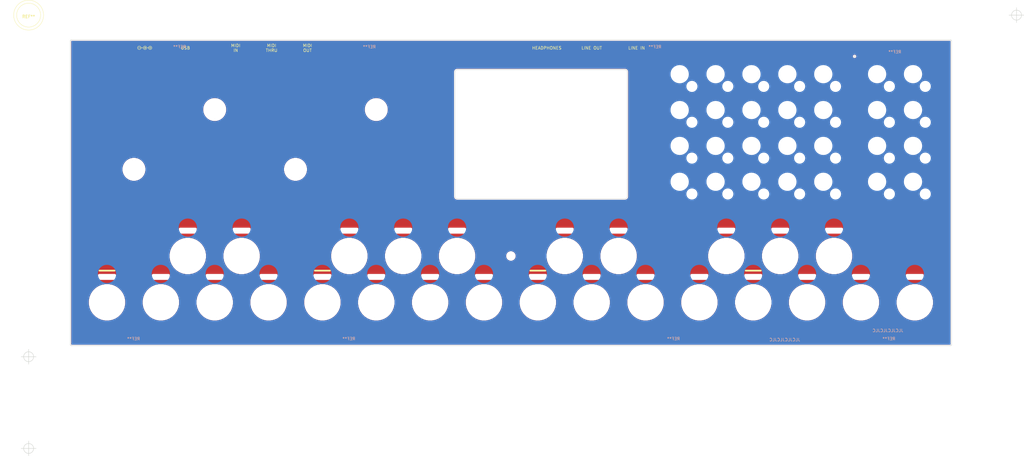
<source format=kicad_pcb>
(kicad_pcb (version 20171130) (host pcbnew "(5.1.6)-1")
  (layers (0 F.Cu signal) (31 B.Cu signal) (34 B.Paste user hide) (35 F.Paste user) (36 B.SilkS user) (37 F.SilkS user) (38 B.Mask user) (39 F.Mask user) (44 Edge.Cuts user))
  (net 0 "")
  (module OTTO_Icons_Lib:icons_grid_v3_circularBmask (layer F.Cu) (at 256.09 37.63)
    (fp_text reference G*** hide)
    (fp_text value LOGO hide)
  )
  (module OTTO_Icons_Lib:logo (layer F.Cu) (at 33.48 20.67)
    (fp_text reference G*** hide)
    (fp_text value LOGO hide)
    (fp_poly (pts (xy 12.916034 -4.591803) (xy 13.249138 -4.404331) (xy 13.526581 -4.127883) (xy 13.728794 -3.768543) (xy 13.786672 -3.594035) (xy 13.83071 -3.301579) (xy 13.830987 -2.955863) (xy 13.791766 -2.607462) (xy 13.717311 -2.306952) (xy 13.668353 -2.19075) (xy 13.426104 -1.848648) (xy 13.110971 -1.595669) (xy 12.745184 -1.439731) (xy 12.35097 -1.388748) (xy 11.950559 -1.450637) (xy 11.775706 -1.51677) (xy 11.580023 -1.637083) (xy 11.375763 -1.809631) (xy 11.290183 -1.900091) (xy 11.08431 -2.227447) (xy 10.960442 -2.612481) (xy 10.917076 -3.026663) (xy 10.952705 -3.441463) (xy 11.065825 -3.828352) (xy 11.25493 -4.158799) (xy 11.418418 -4.330261) (xy 11.778462 -4.559529) (xy 12.161126 -4.675486) (xy 12.54684 -4.684216) (xy 12.916034 -4.591803)) (layer F.Cu) (width 0.01))
    (fp_poly (pts (xy -11.992247 -4.65359) (xy -11.642718 -4.508566) (xy -11.40831 -4.330507) (xy -11.201196 -4.100201) (xy -11.064406 -3.854799) (xy -10.986439 -3.561825) (xy -10.955793 -3.188804) (xy -10.954101 -3.048) (xy -10.972098 -2.642684) (xy -11.033753 -2.327753) (xy -11.150571 -2.070731) (xy -11.334051 -1.839143) (xy -11.40831 -1.765494) (xy -11.701935 -1.564175) (xy -12.057796 -1.437618) (xy -12.434877 -1.39342) (xy -12.792161 -1.439173) (xy -12.92225 -1.485192) (xy -13.239708 -1.679913) (xy -13.514261 -1.951904) (xy -13.660809 -2.175287) (xy -13.750778 -2.432641) (xy -13.809768 -2.763198) (xy -13.833241 -3.115944) (xy -13.816655 -3.439863) (xy -13.787052 -3.593839) (xy -13.627663 -3.968084) (xy -13.384709 -4.271849) (xy -13.078941 -4.498708) (xy -12.731108 -4.642235) (xy -12.36196 -4.696005) (xy -11.992247 -4.65359)) (layer F.Cu) (width 0.01))
    (fp_poly (pts (xy 7.297891 -4.531687) (xy 7.378412 -4.392508) (xy 7.418985 -4.210473) (xy 7.4295 -3.963175) (xy 7.409032 -3.624568) (xy 7.342977 -3.388515) (xy 7.224356 -3.236581) (xy 7.133759 -3.182003) (xy 7.009367 -3.153809) (xy 6.789171 -3.131069) (xy 6.504334 -3.116188) (xy 6.220012 -3.1115) (xy 5.461 -3.1115) (xy 5.461 -1.916974) (xy 5.460055 -1.448273) (xy 5.451809 -1.091347) (xy 5.428144 -0.830972) (xy 5.380944 -0.651926) (xy 5.302092 -0.538986) (xy 5.183469 -0.476929) (xy 5.01696 -0.450531) (xy 4.794446 -0.444571) (xy 4.675845 -0.4445) (xy 4.408699 -0.448338) (xy 4.235393 -0.464724) (xy 4.122875 -0.500972) (xy 4.038093 -0.564395) (xy 4.011568 -0.591468) (xy 3.963017 -0.649332) (xy 3.927405 -0.717189) (xy 3.902733 -0.81426) (xy 3.887005 -0.959769) (xy 3.878222 -1.172939) (xy 3.874387 -1.472992) (xy 3.873503 -1.879151) (xy 3.8735 -1.920048) (xy 3.8735 -3.101661) (xy 3.010493 -3.122456) (xy 2.66245 -3.132045) (xy 2.418545 -3.143805) (xy 2.255929 -3.1617) (xy 2.151754 -3.189692) (xy 2.083171 -3.231743) (xy 2.027331 -3.291817) (xy 2.026243 -3.29316) (xy 1.944074 -3.472186) (xy 1.901616 -3.72654) (xy 1.898491 -4.011045) (xy 1.93432 -4.280522) (xy 2.008725 -4.489793) (xy 2.036608 -4.531687) (xy 2.168217 -4.699) (xy 4.667249 -4.699001) (xy 7.166282 -4.699001) (xy 7.297891 -4.531687)) (layer F.Cu) (width 0.01))
    (fp_poly (pts (xy -4.732668 -4.699058) (xy -4.572 -4.699) (xy -3.910532 -4.699717) (xy -3.364943 -4.699744) (xy -2.924138 -4.695895) (xy -2.57702 -4.684984) (xy -2.312493 -4.663827) (xy -2.119462 -4.629236) (xy -1.98683 -4.578028) (xy -1.903501 -4.507016) (xy -1.85838 -4.413015) (xy -1.840369 -4.292838) (xy -1.838374 -4.143302) (xy -1.841299 -3.961219) (xy -1.8415 -3.915092) (xy -1.846044 -3.636708) (xy -1.871506 -3.435023) (xy -1.935629 -3.297038) (xy -2.056158 -3.209757) (xy -2.250839 -3.16018) (xy -2.537414 -3.135311) (xy -2.923664 -3.122405) (xy -3.738903 -3.101559) (xy -3.758577 -1.906526) (xy -3.767021 -1.439719) (xy -3.780489 -1.084604) (xy -3.807244 -0.825915) (xy -3.855552 -0.648384) (xy -3.933678 -0.536745) (xy -4.049888 -0.475732) (xy -4.212445 -0.450078) (xy -4.429616 -0.444516) (xy -4.550092 -0.4445) (xy -4.824838 -0.449304) (xy -5.004563 -0.467805) (xy -5.121018 -0.506144) (xy -5.205956 -0.570459) (xy -5.207 -0.5715) (xy -5.251463 -0.624035) (xy -5.284172 -0.692238) (xy -5.306917 -0.794808) (xy -5.321484 -0.950448) (xy -5.329662 -1.177857) (xy -5.333238 -1.495736) (xy -5.334 -1.900081) (xy -5.334 -3.101661) (xy -6.184789 -3.122456) (xy -6.585711 -3.135097) (xy -6.877107 -3.158719) (xy -7.076441 -3.205706) (xy -7.201179 -3.288445) (xy -7.268787 -3.419321) (xy -7.29673 -3.610721) (xy -7.302474 -3.875029) (xy -7.3025 -3.915092) (xy -7.304997 -4.104995) (xy -7.30509 -4.26163) (xy -7.291682 -4.388183) (xy -7.253679 -4.487838) (xy -7.179983 -4.563782) (xy -7.059499 -4.6192) (xy -6.881131 -4.657277) (xy -6.633783 -4.681201) (xy -6.306359 -4.694155) (xy -5.887762 -4.699325) (xy -5.366897 -4.699898) (xy -4.732668 -4.699058)) (layer F.Cu) (width 0.01))
    (fp_poly (pts (xy 0.33756 -0.548727) (xy 0.49766 -0.460552) (xy 0.614633 -0.334385) (xy 0.704077 -0.143535) (xy 0.781592 0.138687) (xy 0.806707 0.254) (xy 0.978636 0.813668) (xy 1.242138 1.285558) (xy 1.597808 1.6705) (xy 2.024983 1.958205) (xy 2.192881 2.044931) (xy 2.346575 2.115929) (xy 2.501048 2.173074) (xy 2.671282 2.21824) (xy 2.872261 2.253299) (xy 3.118967 2.280126) (xy 3.426385 2.300594) (xy 3.809496 2.316576) (xy 4.283284 2.329947) (xy 4.862732 2.342579) (xy 5.1435 2.34816) (xy 5.747198 2.360511) (xy 6.238664 2.372133) (xy 6.632652 2.384018) (xy 6.943918 2.397161) (xy 7.187217 2.412554) (xy 7.377304 2.431189) (xy 7.528936 2.454061) (xy 7.656866 2.482162) (xy 7.775851 2.516486) (xy 7.8105 2.52765) (xy 8.373895 2.765208) (xy 8.836379 3.073693) (xy 9.194848 3.449233) (xy 9.446199 3.887957) (xy 9.587328 4.385994) (xy 9.618965 4.783583) (xy 9.615457 5.018678) (xy 9.594021 5.168223) (xy 9.540883 5.273602) (xy 9.442267 5.376198) (xy 9.412873 5.402708) (xy 9.22307 5.535958) (xy 9.01775 5.585265) (xy 8.932721 5.588) (xy 8.651991 5.533015) (xy 8.437981 5.376588) (xy 8.301913 5.131511) (xy 8.255 4.815587) (xy 8.195023 4.499814) (xy 8.020412 4.226224) (xy 7.739139 4.0039) (xy 7.415878 3.859914) (xy 7.29683 3.840392) (xy 7.063339 3.820629) (xy 6.72796 3.801216) (xy 6.303247 3.782744) (xy 5.801754 3.765802) (xy 5.236037 3.750982) (xy 4.98475 3.745582) (xy 4.374912 3.732551) (xy 3.877034 3.719876) (xy 3.476083 3.706604) (xy 3.157027 3.691776) (xy 2.904831 3.674438) (xy 2.704463 3.653633) (xy 2.540889 3.628405) (xy 2.399077 3.597799) (xy 2.316154 3.575889) (xy 1.686019 3.354726) (xy 1.137692 3.060632) (xy 0.638163 2.674944) (xy 0.508933 2.554194) (xy 0.03175 2.092138) (xy -0.113989 2.259439) (xy -0.613364 2.736951) (xy -1.199613 3.12641) (xy -1.864107 3.42348) (xy -2.598222 3.623827) (xy -2.94147 3.680275) (xy -3.141748 3.698329) (xy -3.445619 3.714508) (xy -3.82968 3.72811) (xy -4.27053 3.738432) (xy -4.744767 3.744769) (xy -5.14497 3.7465) (xy -5.66364 3.749214) (xy -6.137139 3.756949) (xy -6.547575 3.769093) (xy -6.877052 3.785036) (xy -7.107678 3.804165) (xy -7.18825 3.816303) (xy -7.604485 3.946151) (xy -7.923947 4.139569) (xy -8.139814 4.3901) (xy -8.245264 4.691288) (xy -8.255 4.826) (xy -8.307552 5.130933) (xy -8.451634 5.376974) (xy -8.666888 5.545723) (xy -8.932953 5.618786) (xy -9.119378 5.607049) (xy -9.303965 5.516065) (xy -9.473072 5.338965) (xy -9.594689 5.115551) (xy -9.632511 4.968975) (xy -9.630383 4.534616) (xy -9.520641 4.090133) (xy -9.317568 3.661041) (xy -9.035446 3.272857) (xy -8.688558 2.951096) (xy -8.403432 2.773217) (xy -8.212713 2.678996) (xy -8.038558 2.601715) (xy -7.86568 2.539386) (xy -7.678795 2.490022) (xy -7.462617 2.451636) (xy -7.201861 2.422242) (xy -6.881242 2.399854) (xy -6.485475 2.382483) (xy -5.999274 2.368145) (xy -5.407354 2.354851) (xy -5.1435 2.3495) (xy -4.505647 2.336045) (xy -3.97955 2.322304) (xy -3.549975 2.306318) (xy -3.201689 2.286133) (xy -2.91946 2.259793) (xy -2.688054 2.22534) (xy -2.492237 2.180821) (xy -2.316777 2.124277) (xy -2.14644 2.053754) (xy -1.965994 1.967295) (xy -1.89712 1.932649) (xy -1.482377 1.653552) (xy -1.130651 1.276017) (xy -0.854841 0.818298) (xy -0.667842 0.298647) (xy -0.632926 0.143369) (xy -0.523341 -0.204015) (xy -0.355563 -0.448924) (xy -0.137591 -0.585654) (xy 0.122575 -0.608498) (xy 0.33756 -0.548727)) (layer F.Cu) (width 0.01))
  )
  (module MountingHole:MountingHole_2.7mm_M2.5 (layer F.Cu) (at 161.2 80.6)
    (fp_text reference "" hide)
    (fp_text value MountingHole_2.7mm_M2.5)
    (pad 1 np_thru_hole circle (at 0 0) (size 2.7 2.7) (drill 2.7) (layers *.Cu *.Mask))
  )
  (module OTTO_Footprints_Lib:RightAngle_Small (layer B.Cu) (at 34.96 109.61)
    (fp_text reference REF** (at 0.1 -1.3) (layer B.SilkS) (effects (justify mirror)))
    (fp_text value RightAngle_Small)
  )
  (module OTTO_Footprints_Lib:RightAngle_Small (layer B.Cu) (at 106.93 109.6)
    (fp_text reference REF** (at 0.1 -1.3) (layer B.SilkS) (effects (justify mirror)))
    (fp_text value RightAngle_Small)
  )
  (module OTTO_Footprints_Lib:RightAngle_Small (layer B.Cu) (at 209.43 9.32 180)
    (fp_text reference REF** (at 0.1 -1.3) (layer B.SilkS) (effects (justify mirror)))
    (fp_text value RightAngle_Small)
  )
  (module OTTO_Footprints_Lib:RightAngle_Small (layer B.Cu) (at 289.61 9.32 180)
    (fp_text reference REF** (at 0.1 -3) (layer B.SilkS) (effects (justify mirror)))
    (fp_text value RightAngle_Small)
  )
  (module OTTO_Footprints_Lib:RightAngle_Large (layer B.Cu) (at 50.56 9.32 180)
    (fp_text reference REF** (at 0.1 -1.3) (layer B.SilkS) (effects (justify mirror)))
    (fp_text value RightAngle_Large)
  )
  (module OTTO_Footprints_Lib:RightAngle_Small (layer B.Cu) (at 215.43 109.6)
    (fp_text reference REF** (at 0.1 -1.3) (layer B.SilkS) (effects (justify mirror)))
    (fp_text value RightAngle_Small)
  )
  (module OTTO_Footprints_Lib:RightAngle_Small (layer B.Cu) (at 287.43 109.6)
    (fp_text reference REF** (at 0.1 -1.3) (layer B.SilkS) (effects (justify mirror)))
    (fp_text value RightAngle_Small)
  )
  (module OTTO_Footprints_Lib:RightAngle_Large (layer B.Cu) (at 113.98 9.32 180)
    (fp_text reference REF** (at 0.1 -1.3) (layer B.SilkS) (effects (justify mirror)))
    (fp_text value RightAngle_Large)
  )
  (module OTTO_Icons_Lib:only_hole (layer F.Cu) (at 221.7 59.85)
    (fp_text reference G*** hide)
    (fp_text value LOGO hide)
    (pad "" np_thru_hole circle (at 0 0) (size 3.2 3.2) (drill 3.2) (layers *.Cu *.Mask))
  )
  (module OTTO_Icons_Lib:only_hole (layer F.Cu) (at 299.7 47.85)
    (fp_text reference G*** hide)
    (fp_text value LOGO hide)
    (pad "" np_thru_hole circle (at 0 0) (size 3.2 3.2) (drill 3.2) (layers *.Cu *.Mask))
  )
  (module OTTO_Icons_Lib:only_hole (layer F.Cu) (at 287.7 47.85)
    (fp_text reference G*** hide)
    (fp_text value LOGO hide)
    (pad "" np_thru_hole circle (at 0 0) (size 3.2 3.2) (drill 3.2) (layers *.Cu *.Mask))
  )
  (module OTTO_Icons_Lib:only_hole (layer F.Cu) (at 233.7 47.85)
    (fp_text reference G*** hide)
    (fp_text value LOGO hide)
    (pad "" np_thru_hole circle (at 0 0) (size 3.2 3.2) (drill 3.2) (layers *.Cu *.Mask))
  )
  (module OTTO_Icons_Lib:only_hole (layer F.Cu) (at 221.7 47.85)
    (fp_text reference G*** hide)
    (fp_text value LOGO hide)
    (pad "" np_thru_hole circle (at 0 0) (size 3.2 3.2) (drill 3.2) (layers *.Cu *.Mask))
  )
  (module OTTO_Icons_Lib:only_hole (layer F.Cu) (at 299.7 35.85)
    (fp_text reference G*** hide)
    (fp_text value LOGO hide)
    (pad "" np_thru_hole circle (at 0 0) (size 3.2 3.2) (drill 3.2) (layers *.Cu *.Mask))
  )
  (module OTTO_Icons_Lib:only_hole (layer F.Cu) (at 287.7 35.85)
    (fp_text reference G*** hide)
    (fp_text value LOGO hide)
    (pad "" np_thru_hole circle (at 0 0) (size 3.2 3.2) (drill 3.2) (layers *.Cu *.Mask))
  )
  (module OTTO_Icons_Lib:only_hole (layer F.Cu) (at 269.7 35.85)
    (fp_text reference G*** hide)
    (fp_text value LOGO hide)
    (pad "" np_thru_hole circle (at 0 0) (size 3.2 3.2) (drill 3.2) (layers *.Cu *.Mask))
  )
  (module OTTO_Icons_Lib:only_hole (layer F.Cu) (at 257.7 35.85)
    (fp_text reference G*** hide)
    (fp_text value LOGO hide)
    (pad "" np_thru_hole circle (at 0 0) (size 3.2 3.2) (drill 3.2) (layers *.Cu *.Mask))
  )
  (module OTTO_Icons_Lib:only_hole (layer F.Cu) (at 245.7 35.85)
    (fp_text reference G*** hide)
    (fp_text value LOGO hide)
    (pad "" np_thru_hole circle (at 0 0) (size 3.2 3.2) (drill 3.2) (layers *.Cu *.Mask))
  )
  (module OTTO_Icons_Lib:only_hole (layer F.Cu) (at 233.7 35.85)
    (fp_text reference G*** hide)
    (fp_text value LOGO hide)
    (pad "" np_thru_hole circle (at 0 0) (size 3.2 3.2) (drill 3.2) (layers *.Cu *.Mask))
  )
  (module OTTO_Icons_Lib:only_hole (layer F.Cu) (at 221.7 35.85)
    (fp_text reference G*** hide)
    (fp_text value LOGO hide)
    (pad "" np_thru_hole circle (at 0 0) (size 3.2 3.2) (drill 3.2) (layers *.Cu *.Mask))
  )
  (module OTTO_Icons_Lib:only_hole (layer F.Cu) (at 299.7 23.85)
    (fp_text reference G*** hide)
    (fp_text value LOGO hide)
    (pad "" np_thru_hole circle (at 0 0) (size 3.2 3.2) (drill 3.2) (layers *.Cu *.Mask))
  )
  (module OTTO_Icons_Lib:only_hole (layer F.Cu) (at 287.7 23.85)
    (fp_text reference G*** hide)
    (fp_text value LOGO hide)
    (pad "" np_thru_hole circle (at 0 0) (size 3.2 3.2) (drill 3.2) (layers *.Cu *.Mask))
  )
  (module OTTO_Icons_Lib:only_hole (layer F.Cu) (at 269.7 23.85)
    (fp_text reference G*** hide)
    (fp_text value LOGO hide)
    (pad "" np_thru_hole circle (at 0 0) (size 3.2 3.2) (drill 3.2) (layers *.Cu *.Mask))
  )
  (module OTTO_Icons_Lib:only_hole (layer F.Cu) (at 257.7 23.85)
    (fp_text reference G*** hide)
    (fp_text value LOGO hide)
    (pad "" np_thru_hole circle (at 0 0) (size 3.2 3.2) (drill 3.2) (layers *.Cu *.Mask))
  )
  (module OTTO_Icons_Lib:only_hole (layer F.Cu) (at 245.7 23.85)
    (fp_text reference G*** hide)
    (fp_text value LOGO hide)
    (pad "" np_thru_hole circle (at 0 0) (size 3.2 3.2) (drill 3.2) (layers *.Cu *.Mask))
  )
  (module OTTO_Icons_Lib:only_hole (layer F.Cu) (at 233.7 23.85)
    (fp_text reference G*** hide)
    (fp_text value LOGO hide)
    (pad "" np_thru_hole circle (at 0 0) (size 3.2 3.2) (drill 3.2) (layers *.Cu *.Mask))
  )
  (module OTTO_Icons_Lib:only_hole (layer F.Cu) (at 221.7 23.85)
    (fp_text reference G*** hide)
    (fp_text value LOGO hide)
    (pad "" np_thru_hole circle (at 0 0) (size 3.2 3.2) (drill 3.2) (layers *.Cu *.Mask))
  )
  (module OTTO_Icons_Lib:f_icon (layer F.Cu) (at 269.7 59.85)
    (fp_text reference G*** hide)
    (fp_text value LOGO hide)
    (pad "" np_thru_hole circle (at 0 0) (size 3.2 3.2) (drill 3.2) (layers *.Cu *.Mask))
  )
  (module OTTO_Icons_Lib:e_icon (layer F.Cu) (at 257.7 59.85)
    (fp_text reference G*** hide)
    (fp_text value LOGO hide)
    (pad "" np_thru_hole circle (at 0 0) (size 3.2 3.2) (drill 3.2) (layers *.Cu *.Mask))
  )
  (module OTTO_Icons_Lib:d_icon (layer F.Cu) (at 245.7 59.85)
    (fp_text reference G*** hide)
    (fp_text value LOGO hide)
    (pad "" np_thru_hole circle (at 0 0) (size 3.2 3.2) (drill 3.2) (layers *.Cu *.Mask))
  )
  (module OTTO_Icons_Lib:c_icon (layer F.Cu) (at 233.7 59.85)
    (fp_text reference G*** hide)
    (fp_text value LOGO hide)
    (pad "" np_thru_hole circle (at 0 0) (size 3.2 3.2) (drill 3.2) (layers *.Cu *.Mask))
  )
  (module OTTO_Icons_Lib:b_icon (layer F.Cu) (at 257.7 47.85)
    (fp_text reference G*** hide)
    (fp_text value LOGO hide)
    (pad "" np_thru_hole circle (at 0 0) (size 3.2 3.2) (drill 3.2) (layers *.Cu *.Mask))
  )
  (module OTTO_Icons_Lib:a_icon (layer F.Cu) (at 245.7 47.85)
    (fp_text reference G*** hide)
    (fp_text value LOGO hide)
    (pad "" np_thru_hole circle (at 0 0) (size 3.2 3.2) (drill 3.2) (layers *.Cu *.Mask))
  )
  (module OTTO_Footprints_Lib:AUX_BOARD (layer F.Cu) (at 0 0)
    (fp_text reference REF** (at 0 0.5) (layer F.SilkS))
    (fp_text value AUX_BOARD)
  )
  (module OTTO_Footprints_Lib:MAIN_BOARD (layer F.Cu) (at 0 0)
    (fp_text reference REF** (at 0 0.5) (layer F.SilkS))
    (fp_text value MAIN_BOARD)
  )
  (module OTTO_Footprints_Lib:6x6mm_Switch (layer F.Cu) (at 269.7 47.85 45)
    (fp_text reference SW38 hide)
    (fp_text value 6x6x13mm)
    (pad "" np_thru_hole circle (at 0 0 45) (size 3.2 3.2) (drill 3.2) (layers *.Cu *.Mask))
  )
  (module OTTO_Footprints_Lib:6x6mm_Switch (layer F.Cu) (at 299.7 59.85 45)
    (fp_text reference SW33 hide)
    (fp_text value 6x6x13mm)
    (pad "" np_thru_hole circle (at 0 0 45) (size 3.2 3.2) (drill 3.2) (layers *.Cu *.Mask))
  )
  (module OTTO_Footprints_Lib:6x6mm_Switch (layer F.Cu) (at 287.7 59.85 45)
    (fp_text reference SW32 hide)
    (fp_text value 6x6x13mm)
    (pad "" np_thru_hole circle (at 0 0 45) (size 3.2 3.2) (drill 3.2) (layers *.Cu *.Mask))
  )
  (module OTTO_Footprints_Lib:ALPS_SKHC (layer F.Cu) (at 44.2 96.1)
    (fp_text reference SW2 (at 0 0) (layer F.SilkS))
    (fp_text value "ALPS SKHC")
    (pad "" np_thru_hole circle (at 0 0) (size 11.7 11.7) (drill 11.7) (layers *.Cu *.Mask))
  )
  (module OTTO_Footprints_Lib:ALPS_SKHC (layer F.Cu) (at 26.2 96.1)
    (fp_text reference SW1 (at 0 0 180) (layer F.SilkS))
    (fp_text value "ALPS SKHC")
    (pad "" np_thru_hole circle (at 0 0) (size 11.7 11.7) (drill 11.7) (layers *.Cu *.Mask))
  )
  (module OTTO_Footprints_Lib:ALPS_SKHC (layer F.Cu) (at 269.2 80.6)
    (fp_text reference SW26 (at 0 0 180) (layer F.SilkS))
    (fp_text value "ALPS SKHC")
    (pad "" np_thru_hole circle (at 0 0) (size 11.7 11.7) (drill 11.7) (layers *.Cu *.Mask))
  )
  (module OTTO_Footprints_Lib:ALPS_SKHC (layer F.Cu) (at 251.2 80.6)
    (fp_text reference SW25 (at 0 0 180) (layer F.SilkS))
    (fp_text value "ALPS SKHC")
    (pad "" np_thru_hole circle (at 0 0) (size 11.7 11.7) (drill 11.7) (layers *.Cu *.Mask))
  )
  (module OTTO_Footprints_Lib:ALPS_SKHC (layer F.Cu) (at 125.2 80.6)
    (fp_text reference SW20 (at 0 0 180) (layer F.SilkS))
    (fp_text value "ALPS SKHC")
    (pad "" np_thru_hole circle (at 0 0) (size 11.7 11.7) (drill 11.7) (layers *.Cu *.Mask))
  )
  (module OTTO_Footprints_Lib:ALPS_SKHC (layer F.Cu) (at 107.2 80.6)
    (fp_text reference SW19 (at 0 0 180) (layer F.SilkS))
    (fp_text value "ALPS SKHC")
    (pad "" np_thru_hole circle (at 0 0) (size 11.7 11.7) (drill 11.7) (layers *.Cu *.Mask))
  )
  (module OTTO_Footprints_Lib:ALPS_SKHC (layer F.Cu) (at 260.2 96.1)
    (fp_text reference SW14 (at 0 0 180) (layer F.SilkS))
    (fp_text value "ALPS SKHC")
    (pad "" np_thru_hole circle (at 0 0) (size 11.7 11.7) (drill 11.7) (layers *.Cu *.Mask))
  )
  (module OTTO_Footprints_Lib:ALPS_SKHC (layer F.Cu) (at 242.2 96.1)
    (fp_text reference SW13 (at 0 0 180) (layer F.SilkS))
    (fp_text value "ALPS SKHC")
    (pad "" np_thru_hole circle (at 0 0) (size 11.7 11.7) (drill 11.7) (layers *.Cu *.Mask))
  )
  (module OTTO_Footprints_Lib:ALPS_SKHC (layer F.Cu) (at 224.2 96.1)
    (fp_text reference SW12 (at 0 0 180) (layer F.SilkS))
    (fp_text value "ALPS SKHC")
    (pad "" np_thru_hole circle (at 0 0) (size 11.7 11.7) (drill 11.7) (layers *.Cu *.Mask))
  )
  (module OTTO_Footprints_Lib:ALPS_SKHC (layer F.Cu) (at 206.2 96.1)
    (fp_text reference SW11 (at 0 0 90) (layer F.SilkS))
    (fp_text value "ALPS SKHC")
    (pad "" np_thru_hole circle (at 0 0) (size 11.7 11.7) (drill 11.7) (layers *.Cu *.Mask))
  )
  (module OTTO_Footprints_Lib:ALPS_SKHC (layer F.Cu) (at 188.2 96.1)
    (fp_text reference SW10 (at 0 0 180) (layer F.SilkS))
    (fp_text value "ALPS SKHC")
    (pad "" np_thru_hole circle (at 0 0) (size 11.7 11.7) (drill 11.7) (layers *.Cu *.Mask))
  )
  (module OTTO_Footprints_Lib:ALPS_SKHC (layer F.Cu) (at 170.2 96.1)
    (fp_text reference SW9 (at 0 0 180) (layer F.SilkS))
    (fp_text value "ALPS SKHC")
    (pad "" np_thru_hole circle (at 0 0) (size 11.7 11.7) (drill 11.7) (layers *.Cu *.Mask))
  )
  (module OTTO_Footprints_Lib:ALPS_SKHC (layer F.Cu) (at 152.2 96.1)
    (fp_text reference SW8 (at 0 0 180) (layer F.SilkS))
    (fp_text value "ALPS SKHC")
    (pad "" np_thru_hole circle (at 0 0) (size 11.7 11.7) (drill 11.7) (layers *.Cu *.Mask))
  )
  (module OTTO_Footprints_Lib:ALPS_SKHC (layer F.Cu) (at 134.2 96.1)
    (fp_text reference SW7 (at 0 0 90) (layer F.SilkS))
    (fp_text value "ALPS SKHC")
    (pad "" np_thru_hole circle (at 0 0) (size 11.7 11.7) (drill 11.7) (layers *.Cu *.Mask))
  )
  (module OTTO_Footprints_Lib:ALPS_SKHC (layer F.Cu) (at 116.2 96.1)
    (fp_text reference SW6 (at 0 0 180) (layer F.SilkS))
    (fp_text value "ALPS SKHC")
    (pad "" np_thru_hole circle (at 0 0) (size 11.7 11.7) (drill 11.7) (layers *.Cu *.Mask))
  )
  (module OTTO_Footprints_Lib:ALPS_SKHC (layer F.Cu) (at 98.2 96.1)
    (fp_text reference SW5 (at 0 0 180) (layer F.SilkS))
    (fp_text value "ALPS SKHC")
    (pad "" np_thru_hole circle (at 0 0) (size 11.7 11.7) (drill 11.7) (layers *.Cu *.Mask))
  )
  (module OTTO_Footprints_Lib:ALPS_SKHC (layer F.Cu) (at 80.2 96.1)
    (fp_text reference SW4 (at 0 0 180) (layer F.SilkS))
    (fp_text value "ALPS SKHC")
    (pad "" np_thru_hole circle (at 0 0) (size 11.7 11.7) (drill 11.7) (layers *.Cu *.Mask))
  )
  (module OTTO_Footprints_Lib:ALPS_SKHC (layer F.Cu) (at 62.2 96.1)
    (fp_text reference SW3 (at 0 0 180) (layer F.SilkS))
    (fp_text value "ALPS SKHC")
    (pad "" np_thru_hole circle (at 0 0) (size 11.7 11.7) (drill 11.7) (layers *.Cu *.Mask))
  )
  (module OTTO_Footprints_Lib:ALPS_SKHC (layer F.Cu) (at 233.2 80.6)
    (fp_text reference SW24 (at 0 0 90) (layer F.SilkS))
    (fp_text value "ALPS SKHC")
    (pad "" np_thru_hole circle (at 0 0) (size 11.7 11.7) (drill 11.7) (layers *.Cu *.Mask))
  )
  (module OTTO_Footprints_Lib:ALPS_SKHC (layer F.Cu) (at 197.2 80.6)
    (fp_text reference SW23 (at 0 0 180) (layer F.SilkS))
    (fp_text value "ALPS SKHC")
    (pad "" np_thru_hole circle (at 0 0) (size 11.7 11.7) (drill 11.7) (layers *.Cu *.Mask))
  )
  (module OTTO_Footprints_Lib:ALPS_SKHC (layer F.Cu) (at 179.2 80.6)
    (fp_text reference SW22 (at 0 0 180) (layer F.SilkS))
    (fp_text value "ALPS SKHC")
    (pad "" np_thru_hole circle (at 0 0) (size 11.7 11.7) (drill 11.7) (layers *.Cu *.Mask))
  )
  (module OTTO_Footprints_Lib:ALPS_SKHC (layer F.Cu) (at 143.2 80.6)
    (fp_text reference SW21 (at 0 0 180) (layer F.SilkS))
    (fp_text value "ALPS SKHC")
    (pad "" np_thru_hole circle (at 0 0) (size 11.7 11.7) (drill 11.7) (layers *.Cu *.Mask))
  )
  (module OTTO_Footprints_Lib:ALPS_SKHC (layer F.Cu) (at 71.2 80.6)
    (fp_text reference SW18 (at 0 0 180) (layer F.SilkS))
    (fp_text value "ALPS SKHC")
    (pad "" np_thru_hole circle (at 0 0) (size 11.7 11.7) (drill 11.7) (layers *.Cu *.Mask))
  )
  (module OTTO_Footprints_Lib:ALPS_SKHC (layer F.Cu) (at 53.2 80.6)
    (fp_text reference SW17 (at 0 0 90) (layer F.SilkS))
    (fp_text value "ALPS SKHC")
    (pad "" np_thru_hole circle (at 0 0) (size 11.7 11.7) (drill 11.7) (layers *.Cu *.Mask))
  )
  (module OTTO_Footprints_Lib:ALPS_SKHC (layer F.Cu) (at 296.2 96.1)
    (fp_text reference SW16 (at 0 0 180) (layer F.SilkS))
    (fp_text value "ALPS SKHC")
    (pad "" np_thru_hole circle (at 0 0) (size 11.7 11.7) (drill 11.7) (layers *.Cu *.Mask))
  )
  (module OTTO_Footprints_Lib:ALPS_SKHC (layer F.Cu) (at 278.2 96.1)
    (fp_text reference SW15 (at 0 0 90) (layer F.SilkS))
    (fp_text value "ALPS SKHC")
    (pad "" np_thru_hole circle (at 0 0) (size 11.7 11.7) (drill 11.7) (layers *.Cu *.Mask))
  )
  (module OTTO_Footprints_Lib:ALPS_EC11 (layer F.Cu) (at 35.2 51.6)
    (fp_text reference ENC1 hide)
    (fp_text value "ALPS EC11E183440C")
    (pad "" np_thru_hole circle (at 0 0) (size 7.2 7.2) (drill 7.2) (layers *.Cu *.Mask))
  )
  (module OTTO_Footprints_Lib:ALPS_EC11 (layer F.Cu) (at 89.2 51.6)
    (fp_text reference ENC3 hide)
    (fp_text value "ALPS EC11E183440C")
    (pad "" np_thru_hole circle (at 0 0) (size 7.2 7.2) (drill 7.2) (layers *.Cu *.Mask))
  )
  (module OTTO_Footprints_Lib:ALPS_EC11 (layer F.Cu) (at 62.2 31.6)
    (fp_text reference ENC2 hide)
    (fp_text value "ALPS EC11E183440C")
    (pad "" np_thru_hole circle (at 0 0) (size 7.2 7.2) (drill 7.2) (layers *.Cu *.Mask))
  )
  (module OTTO_Footprints_Lib:ALPS_EC11 (layer F.Cu) (at 116.2 31.6 90)
    (fp_text reference ENC4 hide)
    (fp_text value "ALPS EC11E183440C")
    (pad "" np_thru_hole circle (at 0 0 90) (size 7.2 7.2) (drill 7.2) (layers *.Cu *.Mask))
  )
  (module OTTO_Footprints_Lib:Mounting_Hole_M2.5_Loose_Fit (layer F.Cu) (at 322.3856 13.0378)
    (fp_text reference H205 hide)
    (fp_text value MountingHole)
    (pad "" np_thru_hole circle (at 0 0) (size 2.8 2.8) (drill 2.8) (layers *.Cu *.Mask) (clearance 1.5))
  )
  (module OTTO_Footprints_Lib:Mounting_Hole_M2.5_Loose_Fit (layer F.Cu) (at -8.17 15.654)
    (fp_text reference H204 hide)
    (fp_text value MountingHole)
    (pad "" np_thru_hole circle (at 0 0) (size 2.8 2.8) (drill 2.8) (layers *.Cu *.Mask) (clearance 1.5))
  )
  (module OTTO_Footprints_Lib:Mounting_Hole_M2.5_Loose_Fit (layer F.Cu) (at 322.9444 95.4862)
    (fp_text reference H202 hide)
    (fp_text value MountingHole)
    (pad "" np_thru_hole circle (at 0 0) (size 2.8 2.8) (drill 2.8) (layers *.Cu *.Mask) (clearance 1.5))
  )
  (module OTTO_Footprints_Lib:Mounting_Hole_M2.5_Loose_Fit (layer F.Cu) (at -0.7532 102.141)
    (fp_text reference H201 hide)
    (fp_text value MountingHole)
    (pad "" np_thru_hole circle (at 0 0) (size 2.8 2.8) (drill 2.8) (layers *.Cu *.Mask) (clearance 1.5))
  )
  (gr_text JLCJLCJLCJLC (at 252.7336 108.6188) (layer B.SilkS) (effects (font (size 1 1)) (justify mirror)))
  (gr_circle (center 40.6306 10.9428) (end 41.0806 11.2428) (layer F.SilkS) (width 0.15))
  (gr_line (start 40.3806 10.9428) (end 40.8806 10.9428) (layer F.SilkS) (width 0.15))
  (gr_circle (center 36.9806 10.9428) (end 37.4306 11.2678) (layer F.SilkS) (width 0.15))
  (gr_arc (start 38.9056 10.9428) (end 39.4056 10.6928) (angle -306.8698976) (layer F.SilkS) (width 0.15))
  (gr_line (start 38.9056 10.9428) (end 40.0556 10.9428) (layer F.SilkS) (width 0.15))
  (gr_circle (center 38.9056 10.9428) (end 39.0256 10.9428) (layer F.SilkS) (width 0.24))
  (gr_line (start 38.3056 10.9428) (end 37.53569 10.9428) (layer F.SilkS) (width 0.15))
  (gr_line (start 36.7306 10.9428) (end 37.2306 10.9428) (layer F.SilkS) (width 0.15))
  (gr_line (start 40.6306 10.6928) (end 40.6306 11.1928) (layer F.SilkS) (width 0.15))
  (gr_text "MIDI\nTHRU\n" (at 81.2026 11) (layer F.SilkS) (effects (font (size 1 1))))
  (gr_text "MIDI\nOUT\n" (at 93.2026 11) (layer F.SilkS) (effects (font (size 1 1))))
  (gr_text "LINE IN\n" (at 203.2 11) (layer F.SilkS) (effects (font (size 1 1))))
  (gr_text "LINE OUT\n" (at 188.2 11) (layer F.SilkS) (effects (font (size 1 1))))
  (gr_text "HEADPHONES\n" (at 173.2 11) (layer F.SilkS) (effects (font (size 1 1))))
  (gr_text "MIDI\nIN\n" (at 69.217371 11) (layer F.SilkS) (effects (font (size 1 1))))
  (gr_text USB (at 52.4116 11) (layer F.SilkS) (effects (font (size 1 1))))
  (gr_arc (start 308.17 8.6) (end 308.47 8.6) (angle -90) (layer Edge.Cuts) (width 0.15))
  (gr_arc (start 308.17 110.3) (end 308.17 110.6) (angle -90) (layer Edge.Cuts) (width 0.15))
  (gr_arc (start 14.23 110.3) (end 13.93 110.3) (angle -90) (layer Edge.Cuts) (width 0.15))
  (gr_arc (start 14.23 8.6) (end 14.23 8.3) (angle -90) (layer Edge.Cuts) (width 0.15))
  (gr_line (start 308.17 8.3) (end 14.23 8.3) (layer Edge.Cuts) (width 0.15))
  (gr_line (start 13.93 8.6) (end 13.93 110.3) (layer Edge.Cuts) (width 0.15))
  (gr_line (start 308.47 110.3) (end 308.47 8.6) (layer Edge.Cuts) (width 0.15))
  (gr_line (start 14.23 110.6) (end 308.17 110.6) (layer Edge.Cuts) (width 0.15))
  (target plus (at 0 145) (size 5) (width 0.15) (layer Edge.Cuts))
  (gr_arc (start 199.34 60.7) (end 199.34 61.45) (angle -90) (layer Edge.Cuts) (width 0.15))
  (gr_arc (start 143.241041 60.7) (end 142.491041 60.7) (angle -90) (layer Edge.Cuts) (width 0.15))
  (gr_line (start 23.7 85.5) (end 28.7 85.5) (layer F.SilkS) (width 0.6))
  (gr_circle (center 276.07 13.8) (end 276.32 13.8) (layer Edge.Cuts) (width 0.15))
  (gr_text JLCJLCJLCJLC (at 287.2 105.55) (layer B.SilkS) (effects (font (size 1 1)) (justify mirror)))
  (gr_arc (start 143.24 19) (end 143.24 18.25) (angle -90) (layer Edge.Cuts) (width 0.15))
  (gr_arc (start 199.34 19) (end 200.09 19) (angle -90) (layer Edge.Cuts) (width 0.15))
  (gr_line (start 143.24 18.25) (end 199.34 18.25) (layer Edge.Cuts) (width 0.15))
  (gr_line (start 143.241041 61.45) (end 199.34 61.45) (layer Edge.Cuts) (width 0.15))
  (gr_line (start 142.49 19) (end 142.491041 60.7) (layer Edge.Cuts) (width 0.15))
  (gr_line (start 200.09 19) (end 200.09 60.7) (layer Edge.Cuts) (width 0.15))
  (target plus (at 0 114.3) (size 5) (width 0.15) (layer Edge.Cuts))
  (target plus (at 330.2 0) (size 5) (width 0.15) (layer Edge.Cuts))
  (gr_line (start 239.7 85.5) (end 244.7 85.5) (layer F.SilkS) (width 0.6))
  (gr_line (start 167.7 85.5) (end 172.7 85.5) (layer F.SilkS) (width 0.6))
  (gr_line (start 95.7 85.5) (end 100.7 85.5) (layer F.SilkS) (width 0.6))
  (zone (net 0) (net_name "") (layer F.Cu) (connect_pads yes (clearance 0.25)) (min_thickness 0.25) (fill yes (arc_segments 32) (thermal_gap 0.5) (thermal_bridge_width 0.5) (smoothing fillet))
    (polygon (pts (xy 12.01 7.41) (xy 312.16 6.62) (xy 312.01 111.65) (xy 12 112.31)))
  )
  (zone (net 0) (net_name "") (layer B.Cu) (connect_pads yes (clearance 0.25)) (min_thickness 0.25) (fill yes (arc_segments 32) (thermal_gap 0.5) (thermal_bridge_width 0.5))
    (polygon (pts (xy 10 6.5) (xy 314 6.5) (xy 314 111.88) (xy 10 111.34) (xy 10 8.5)))
  )
  (zone (net 0) (net_name "") (layer B.Cu) (connect_pads yes (clearance 0.25)) (min_thickness 0.25)
    (keepout (tracks not_allowed) (vias not_allowed) (copperpour not_allowed))
    (fill (arc_segments 16) (thermal_gap 0.5) (thermal_bridge_width 0.5))
    (polygon (pts (xy 50.2 70.475) (xy 50.375 69.875) (xy 50.65 69.375) (xy 50.85 69.125) (xy 51.05 68.925) (xy 51.5 68.55) (xy 52 68.3) (xy 52.525 68.125) (xy 53.2 68.05) (xy 53.875 68.125) (xy 54.4 68.275) (xy 54.9 68.55) (xy 55.375 68.925) (xy 55.75 69.4) (xy 56.025 69.9) (xy 56.2 70.5) (xy 56.275 71.1) (xy 56.2 71.775) (xy 56.025 72.325) (xy 55.75 72.825) (xy 55.375 73.275) (xy 54.9 73.65) (xy 54.4 73.925) (xy 53.8 74.1) (xy 53.2 74.15) (xy 52.55 74.075) (xy 52 73.9) (xy 51.5 73.625) (xy 51.075 73.3) (xy 50.65 72.8) (xy 50.4 72.3) (xy 50.2 71.75) (xy 50.15 71.1)))
  )
  (zone (net 0) (net_name "") (layer B.Cu) (connect_pads yes (clearance 0.25)) (min_thickness 0.25)
    (keepout (tracks not_allowed) (vias not_allowed) (copperpour not_allowed))
    (fill (arc_segments 16) (thermal_gap 0.5) (thermal_bridge_width 0.5))
    (polygon (pts (xy 68.2 70.475) (xy 68.375 69.875) (xy 68.65 69.375) (xy 68.85 69.125) (xy 69.05 68.925) (xy 69.5 68.55) (xy 70 68.3) (xy 70.525 68.125) (xy 71.2 68.05) (xy 71.875 68.125) (xy 72.4 68.275) (xy 72.9 68.55) (xy 73.375 68.925) (xy 73.75 69.4) (xy 74.025 69.9) (xy 74.2 70.5) (xy 74.275 71.1) (xy 74.2 71.775) (xy 74.025 72.325) (xy 73.75 72.825) (xy 73.375 73.275) (xy 72.9 73.65) (xy 72.4 73.925) (xy 71.8 74.1) (xy 71.2 74.15) (xy 70.55 74.075) (xy 70 73.9) (xy 69.5 73.625) (xy 69.075 73.3) (xy 68.65 72.8) (xy 68.4 72.3) (xy 68.2 71.75) (xy 68.15 71.1)))
  )
  (zone (net 0) (net_name "") (layer B.Cu) (connect_pads yes (clearance 0.25)) (min_thickness 0.25)
    (keepout (tracks not_allowed) (vias not_allowed) (copperpour not_allowed))
    (fill (arc_segments 16) (thermal_gap 0.5) (thermal_bridge_width 0.5))
    (polygon (pts (xy 68.2 70.475) (xy 68.375 69.875) (xy 68.65 69.375) (xy 68.85 69.125) (xy 69.05 68.925) (xy 69.5 68.55) (xy 70 68.3) (xy 70.525 68.125) (xy 71.2 68.05) (xy 71.875 68.125) (xy 72.4 68.275) (xy 72.9 68.55) (xy 73.375 68.925) (xy 73.75 69.4) (xy 74.025 69.9) (xy 74.2 70.5) (xy 74.275 71.1) (xy 74.2 71.775) (xy 74.025 72.325) (xy 73.75 72.825) (xy 73.375 73.275) (xy 72.9 73.65) (xy 72.4 73.925) (xy 71.8 74.1) (xy 71.2 74.15) (xy 70.55 74.075) (xy 70 73.9) (xy 69.5 73.625) (xy 69.075 73.3) (xy 68.65 72.8) (xy 68.4 72.3) (xy 68.2 71.75) (xy 68.15 71.1)))
  )
  (zone (net 0) (net_name "") (layer B.Cu) (connect_pads yes (clearance 0.25)) (min_thickness 0.25)
    (keepout (tracks not_allowed) (vias not_allowed) (copperpour not_allowed))
    (fill (arc_segments 16) (thermal_gap 0.5) (thermal_bridge_width 0.5))
    (polygon (pts (xy 104.2 70.475) (xy 104.375 69.875) (xy 104.65 69.375) (xy 104.85 69.125) (xy 105.05 68.925) (xy 105.5 68.55) (xy 106 68.3) (xy 106.525 68.125) (xy 107.2 68.05) (xy 107.875 68.125) (xy 108.4 68.275) (xy 108.9 68.55) (xy 109.375 68.925) (xy 109.75 69.4) (xy 110.025 69.9) (xy 110.2 70.5) (xy 110.275 71.1) (xy 110.2 71.775) (xy 110.025 72.325) (xy 109.75 72.825) (xy 109.375 73.275) (xy 108.9 73.65) (xy 108.4 73.925) (xy 107.8 74.1) (xy 107.2 74.15) (xy 106.55 74.075) (xy 106 73.9) (xy 105.5 73.625) (xy 105.075 73.3) (xy 104.65 72.8) (xy 104.4 72.3) (xy 104.2 71.75) (xy 104.15 71.1)))
  )
  (zone (net 0) (net_name "") (layer B.Cu) (connect_pads yes (clearance 0.25)) (min_thickness 0.25)
    (keepout (tracks not_allowed) (vias not_allowed) (copperpour not_allowed))
    (fill (arc_segments 16) (thermal_gap 0.5) (thermal_bridge_width 0.5))
    (polygon (pts (xy 104.2 70.475) (xy 104.375 69.875) (xy 104.65 69.375) (xy 104.85 69.125) (xy 105.05 68.925) (xy 105.5 68.55) (xy 106 68.3) (xy 106.525 68.125) (xy 107.2 68.05) (xy 107.875 68.125) (xy 108.4 68.275) (xy 108.9 68.55) (xy 109.375 68.925) (xy 109.75 69.4) (xy 110.025 69.9) (xy 110.2 70.5) (xy 110.275 71.1) (xy 110.2 71.775) (xy 110.025 72.325) (xy 109.75 72.825) (xy 109.375 73.275) (xy 108.9 73.65) (xy 108.4 73.925) (xy 107.8 74.1) (xy 107.2 74.15) (xy 106.55 74.075) (xy 106 73.9) (xy 105.5 73.625) (xy 105.075 73.3) (xy 104.65 72.8) (xy 104.4 72.3) (xy 104.2 71.75) (xy 104.15 71.1)))
  )
  (zone (net 0) (net_name "") (layer B.Cu) (connect_pads yes (clearance 0.25)) (min_thickness 0.25)
    (keepout (tracks not_allowed) (vias not_allowed) (copperpour not_allowed))
    (fill (arc_segments 16) (thermal_gap 0.5) (thermal_bridge_width 0.5))
    (polygon (pts (xy 122.2 70.475) (xy 122.375 69.875) (xy 122.65 69.375) (xy 122.85 69.125) (xy 123.05 68.925) (xy 123.5 68.55) (xy 124 68.3) (xy 124.525 68.125) (xy 125.2 68.05) (xy 125.875 68.125) (xy 126.4 68.275) (xy 126.9 68.55) (xy 127.375 68.925) (xy 127.75 69.4) (xy 128.025 69.9) (xy 128.2 70.5) (xy 128.275 71.1) (xy 128.2 71.775) (xy 128.025 72.325) (xy 127.75 72.825) (xy 127.375 73.275) (xy 126.9 73.65) (xy 126.4 73.925) (xy 125.8 74.1) (xy 125.2 74.15) (xy 124.55 74.075) (xy 124 73.9) (xy 123.5 73.625) (xy 123.075 73.3) (xy 122.65 72.8) (xy 122.4 72.3) (xy 122.2 71.75) (xy 122.15 71.1)))
  )
  (zone (net 0) (net_name "") (layer B.Cu) (connect_pads yes (clearance 0.25)) (min_thickness 0.25)
    (keepout (tracks not_allowed) (vias not_allowed) (copperpour not_allowed))
    (fill (arc_segments 16) (thermal_gap 0.5) (thermal_bridge_width 0.5))
    (polygon (pts (xy 122.2 70.475) (xy 122.375 69.875) (xy 122.65 69.375) (xy 122.85 69.125) (xy 123.05 68.925) (xy 123.5 68.55) (xy 124 68.3) (xy 124.525 68.125) (xy 125.2 68.05) (xy 125.875 68.125) (xy 126.4 68.275) (xy 126.9 68.55) (xy 127.375 68.925) (xy 127.75 69.4) (xy 128.025 69.9) (xy 128.2 70.5) (xy 128.275 71.1) (xy 128.2 71.775) (xy 128.025 72.325) (xy 127.75 72.825) (xy 127.375 73.275) (xy 126.9 73.65) (xy 126.4 73.925) (xy 125.8 74.1) (xy 125.2 74.15) (xy 124.55 74.075) (xy 124 73.9) (xy 123.5 73.625) (xy 123.075 73.3) (xy 122.65 72.8) (xy 122.4 72.3) (xy 122.2 71.75) (xy 122.15 71.1)))
  )
  (zone (net 0) (net_name "") (layer B.Cu) (connect_pads yes (clearance 0.25)) (min_thickness 0.25)
    (keepout (tracks not_allowed) (vias not_allowed) (copperpour not_allowed))
    (fill (arc_segments 16) (thermal_gap 0.5) (thermal_bridge_width 0.5))
    (polygon (pts (xy 140.2 70.475) (xy 140.375 69.875) (xy 140.65 69.375) (xy 140.85 69.125) (xy 141.05 68.925) (xy 141.5 68.55) (xy 142 68.3) (xy 142.525 68.125) (xy 143.2 68.05) (xy 143.875 68.125) (xy 144.4 68.275) (xy 144.9 68.55) (xy 145.375 68.925) (xy 145.75 69.4) (xy 146.025 69.9) (xy 146.2 70.5) (xy 146.275 71.1) (xy 146.2 71.775) (xy 146.025 72.325) (xy 145.75 72.825) (xy 145.375 73.275) (xy 144.9 73.65) (xy 144.4 73.925) (xy 143.8 74.1) (xy 143.2 74.15) (xy 142.55 74.075) (xy 142 73.9) (xy 141.5 73.625) (xy 141.075 73.3) (xy 140.65 72.8) (xy 140.4 72.3) (xy 140.2 71.75) (xy 140.15 71.1)))
  )
  (zone (net 0) (net_name "") (layer B.Cu) (connect_pads yes (clearance 0.25)) (min_thickness 0.25)
    (keepout (tracks not_allowed) (vias not_allowed) (copperpour not_allowed))
    (fill (arc_segments 16) (thermal_gap 0.5) (thermal_bridge_width 0.5))
    (polygon (pts (xy 140.2 70.475) (xy 140.375 69.875) (xy 140.65 69.375) (xy 140.85 69.125) (xy 141.05 68.925) (xy 141.5 68.55) (xy 142 68.3) (xy 142.525 68.125) (xy 143.2 68.05) (xy 143.875 68.125) (xy 144.4 68.275) (xy 144.9 68.55) (xy 145.375 68.925) (xy 145.75 69.4) (xy 146.025 69.9) (xy 146.2 70.5) (xy 146.275 71.1) (xy 146.2 71.775) (xy 146.025 72.325) (xy 145.75 72.825) (xy 145.375 73.275) (xy 144.9 73.65) (xy 144.4 73.925) (xy 143.8 74.1) (xy 143.2 74.15) (xy 142.55 74.075) (xy 142 73.9) (xy 141.5 73.625) (xy 141.075 73.3) (xy 140.65 72.8) (xy 140.4 72.3) (xy 140.2 71.75) (xy 140.15 71.1)))
  )
  (zone (net 0) (net_name "") (layer B.Cu) (connect_pads yes (clearance 0.25)) (min_thickness 0.25)
    (keepout (tracks not_allowed) (vias not_allowed) (copperpour not_allowed))
    (fill (arc_segments 16) (thermal_gap 0.5) (thermal_bridge_width 0.5))
    (polygon (pts (xy 176.2 70.475) (xy 176.375 69.875) (xy 176.65 69.375) (xy 176.85 69.125) (xy 177.05 68.925) (xy 177.5 68.55) (xy 178 68.3) (xy 178.525 68.125) (xy 179.2 68.05) (xy 179.875 68.125) (xy 180.4 68.275) (xy 180.9 68.55) (xy 181.375 68.925) (xy 181.75 69.4) (xy 182.025 69.9) (xy 182.2 70.5) (xy 182.275 71.1) (xy 182.2 71.775) (xy 182.025 72.325) (xy 181.75 72.825) (xy 181.375 73.275) (xy 180.9 73.65) (xy 180.4 73.925) (xy 179.8 74.1) (xy 179.2 74.15) (xy 178.55 74.075) (xy 178 73.9) (xy 177.5 73.625) (xy 177.075 73.3) (xy 176.65 72.8) (xy 176.4 72.3) (xy 176.2 71.75) (xy 176.15 71.1)))
  )
  (zone (net 0) (net_name "") (layer B.Cu) (connect_pads yes (clearance 0.25)) (min_thickness 0.25)
    (keepout (tracks not_allowed) (vias not_allowed) (copperpour not_allowed))
    (fill (arc_segments 16) (thermal_gap 0.5) (thermal_bridge_width 0.5))
    (polygon (pts (xy 176.2 70.475) (xy 176.375 69.875) (xy 176.65 69.375) (xy 176.85 69.125) (xy 177.05 68.925) (xy 177.5 68.55) (xy 178 68.3) (xy 178.525 68.125) (xy 179.2 68.05) (xy 179.875 68.125) (xy 180.4 68.275) (xy 180.9 68.55) (xy 181.375 68.925) (xy 181.75 69.4) (xy 182.025 69.9) (xy 182.2 70.5) (xy 182.275 71.1) (xy 182.2 71.775) (xy 182.025 72.325) (xy 181.75 72.825) (xy 181.375 73.275) (xy 180.9 73.65) (xy 180.4 73.925) (xy 179.8 74.1) (xy 179.2 74.15) (xy 178.55 74.075) (xy 178 73.9) (xy 177.5 73.625) (xy 177.075 73.3) (xy 176.65 72.8) (xy 176.4 72.3) (xy 176.2 71.75) (xy 176.15 71.1)))
  )
  (zone (net 0) (net_name "") (layer B.Cu) (connect_pads yes (clearance 0.25)) (min_thickness 0.25)
    (keepout (tracks not_allowed) (vias not_allowed) (copperpour not_allowed))
    (fill (arc_segments 16) (thermal_gap 0.5) (thermal_bridge_width 0.5))
    (polygon (pts (xy 266.2 70.475) (xy 266.375 69.875) (xy 266.65 69.375) (xy 266.85 69.125) (xy 267.05 68.925) (xy 267.5 68.55) (xy 268 68.3) (xy 268.525 68.125) (xy 269.2 68.05) (xy 269.875 68.125) (xy 270.4 68.275) (xy 270.9 68.55) (xy 271.375 68.925) (xy 271.75 69.4) (xy 272.025 69.9) (xy 272.2 70.5) (xy 272.275 71.1) (xy 272.2 71.775) (xy 272.025 72.325) (xy 271.75 72.825) (xy 271.375 73.275) (xy 270.9 73.65) (xy 270.4 73.925) (xy 269.8 74.1) (xy 269.2 74.15) (xy 268.55 74.075) (xy 268 73.9) (xy 267.5 73.625) (xy 267.075 73.3) (xy 266.65 72.8) (xy 266.4 72.3) (xy 266.2 71.75) (xy 266.15 71.1)))
  )
  (zone (net 0) (net_name "") (layer B.Cu) (connect_pads yes (clearance 0.25)) (min_thickness 0.25)
    (keepout (tracks not_allowed) (vias not_allowed) (copperpour not_allowed))
    (fill (arc_segments 16) (thermal_gap 0.5) (thermal_bridge_width 0.5))
    (polygon (pts (xy 248.2 70.475) (xy 248.375 69.875) (xy 248.65 69.375) (xy 248.85 69.125) (xy 249.05 68.925) (xy 249.5 68.55) (xy 250 68.3) (xy 250.525 68.125) (xy 251.2 68.05) (xy 251.875 68.125) (xy 252.4 68.275) (xy 252.9 68.55) (xy 253.375 68.925) (xy 253.75 69.4) (xy 254.025 69.9) (xy 254.2 70.5) (xy 254.275 71.1) (xy 254.2 71.775) (xy 254.025 72.325) (xy 253.75 72.825) (xy 253.375 73.275) (xy 252.9 73.65) (xy 252.4 73.925) (xy 251.8 74.1) (xy 251.2 74.15) (xy 250.55 74.075) (xy 250 73.9) (xy 249.5 73.625) (xy 249.075 73.3) (xy 248.65 72.8) (xy 248.4 72.3) (xy 248.2 71.75) (xy 248.15 71.1)))
  )
  (zone (net 0) (net_name "") (layer B.Cu) (connect_pads yes (clearance 0.25)) (min_thickness 0.25)
    (keepout (tracks not_allowed) (vias not_allowed) (copperpour not_allowed))
    (fill (arc_segments 16) (thermal_gap 0.5) (thermal_bridge_width 0.5))
    (polygon (pts (xy 266.2 70.475) (xy 266.375 69.875) (xy 266.65 69.375) (xy 266.85 69.125) (xy 267.05 68.925) (xy 267.5 68.55) (xy 268 68.3) (xy 268.525 68.125) (xy 269.2 68.05) (xy 269.875 68.125) (xy 270.4 68.275) (xy 270.9 68.55) (xy 271.375 68.925) (xy 271.75 69.4) (xy 272.025 69.9) (xy 272.2 70.5) (xy 272.275 71.1) (xy 272.2 71.775) (xy 272.025 72.325) (xy 271.75 72.825) (xy 271.375 73.275) (xy 270.9 73.65) (xy 270.4 73.925) (xy 269.8 74.1) (xy 269.2 74.15) (xy 268.55 74.075) (xy 268 73.9) (xy 267.5 73.625) (xy 267.075 73.3) (xy 266.65 72.8) (xy 266.4 72.3) (xy 266.2 71.75) (xy 266.15 71.1)))
  )
  (zone (net 0) (net_name "") (layer B.Cu) (connect_pads yes (clearance 0.25)) (min_thickness 0.25)
    (keepout (tracks not_allowed) (vias not_allowed) (copperpour not_allowed))
    (fill (arc_segments 16) (thermal_gap 0.5) (thermal_bridge_width 0.5))
    (polygon (pts (xy 194.2 70.475) (xy 194.375 69.875) (xy 194.65 69.375) (xy 194.85 69.125) (xy 195.05 68.925) (xy 195.5 68.55) (xy 196 68.3) (xy 196.525 68.125) (xy 197.2 68.05) (xy 197.875 68.125) (xy 198.4 68.275) (xy 198.9 68.55) (xy 199.375 68.925) (xy 199.75 69.4) (xy 200.025 69.9) (xy 200.2 70.5) (xy 200.275 71.1) (xy 200.2 71.775) (xy 200.025 72.325) (xy 199.75 72.825) (xy 199.375 73.275) (xy 198.9 73.65) (xy 198.4 73.925) (xy 197.8 74.1) (xy 197.2 74.15) (xy 196.55 74.075) (xy 196 73.9) (xy 195.5 73.625) (xy 195.075 73.3) (xy 194.65 72.8) (xy 194.4 72.3) (xy 194.2 71.75) (xy 194.15 71.1)))
  )
  (zone (net 0) (net_name "") (layer B.Cu) (connect_pads yes (clearance 0.25)) (min_thickness 0.25)
    (keepout (tracks not_allowed) (vias not_allowed) (copperpour not_allowed))
    (fill (arc_segments 16) (thermal_gap 0.5) (thermal_bridge_width 0.5))
    (polygon (pts (xy 230.2 70.475) (xy 230.375 69.875) (xy 230.65 69.375) (xy 230.85 69.125) (xy 231.05 68.925) (xy 231.5 68.55) (xy 232 68.3) (xy 232.525 68.125) (xy 233.2 68.05) (xy 233.875 68.125) (xy 234.4 68.275) (xy 234.9 68.55) (xy 235.375 68.925) (xy 235.75 69.4) (xy 236.025 69.9) (xy 236.2 70.5) (xy 236.275 71.1) (xy 236.2 71.775) (xy 236.025 72.325) (xy 235.75 72.825) (xy 235.375 73.275) (xy 234.9 73.65) (xy 234.4 73.925) (xy 233.8 74.1) (xy 233.2 74.15) (xy 232.55 74.075) (xy 232 73.9) (xy 231.5 73.625) (xy 231.075 73.3) (xy 230.65 72.8) (xy 230.4 72.3) (xy 230.2 71.75) (xy 230.15 71.1)))
  )
  (zone (net 0) (net_name "") (layer B.Cu) (connect_pads yes (clearance 0.25)) (min_thickness 0.25)
    (keepout (tracks not_allowed) (vias not_allowed) (copperpour not_allowed))
    (fill (arc_segments 16) (thermal_gap 0.5) (thermal_bridge_width 0.5))
    (polygon (pts (xy 194.2 70.475) (xy 194.375 69.875) (xy 194.65 69.375) (xy 194.85 69.125) (xy 195.05 68.925) (xy 195.5 68.55) (xy 196 68.3) (xy 196.525 68.125) (xy 197.2 68.05) (xy 197.875 68.125) (xy 198.4 68.275) (xy 198.9 68.55) (xy 199.375 68.925) (xy 199.75 69.4) (xy 200.025 69.9) (xy 200.2 70.5) (xy 200.275 71.1) (xy 200.2 71.775) (xy 200.025 72.325) (xy 199.75 72.825) (xy 199.375 73.275) (xy 198.9 73.65) (xy 198.4 73.925) (xy 197.8 74.1) (xy 197.2 74.15) (xy 196.55 74.075) (xy 196 73.9) (xy 195.5 73.625) (xy 195.075 73.3) (xy 194.65 72.8) (xy 194.4 72.3) (xy 194.2 71.75) (xy 194.15 71.1)))
  )
  (zone (net 0) (net_name "") (layer B.Cu) (connect_pads yes (clearance 0.25)) (min_thickness 0.25)
    (keepout (tracks not_allowed) (vias not_allowed) (copperpour not_allowed))
    (fill (arc_segments 16) (thermal_gap 0.5) (thermal_bridge_width 0.5))
    (polygon (pts (xy 248.2 70.475) (xy 248.375 69.875) (xy 248.65 69.375) (xy 248.85 69.125) (xy 249.05 68.925) (xy 249.5 68.55) (xy 250 68.3) (xy 250.525 68.125) (xy 251.2 68.05) (xy 251.875 68.125) (xy 252.4 68.275) (xy 252.9 68.55) (xy 253.375 68.925) (xy 253.75 69.4) (xy 254.025 69.9) (xy 254.2 70.5) (xy 254.275 71.1) (xy 254.2 71.775) (xy 254.025 72.325) (xy 253.75 72.825) (xy 253.375 73.275) (xy 252.9 73.65) (xy 252.4 73.925) (xy 251.8 74.1) (xy 251.2 74.15) (xy 250.55 74.075) (xy 250 73.9) (xy 249.5 73.625) (xy 249.075 73.3) (xy 248.65 72.8) (xy 248.4 72.3) (xy 248.2 71.75) (xy 248.15 71.1)))
  )
  (zone (net 0) (net_name "") (layer B.Cu) (connect_pads yes (clearance 0.25)) (min_thickness 0.25)
    (keepout (tracks not_allowed) (vias not_allowed) (copperpour not_allowed))
    (fill (arc_segments 16) (thermal_gap 0.5) (thermal_bridge_width 0.5))
    (polygon (pts (xy 230.2 70.475) (xy 230.375 69.875) (xy 230.65 69.375) (xy 230.85 69.125) (xy 231.05 68.925) (xy 231.5 68.55) (xy 232 68.3) (xy 232.525 68.125) (xy 233.2 68.05) (xy 233.875 68.125) (xy 234.4 68.275) (xy 234.9 68.55) (xy 235.375 68.925) (xy 235.75 69.4) (xy 236.025 69.9) (xy 236.2 70.5) (xy 236.275 71.1) (xy 236.2 71.775) (xy 236.025 72.325) (xy 235.75 72.825) (xy 235.375 73.275) (xy 234.9 73.65) (xy 234.4 73.925) (xy 233.8 74.1) (xy 233.2 74.15) (xy 232.55 74.075) (xy 232 73.9) (xy 231.5 73.625) (xy 231.075 73.3) (xy 230.65 72.8) (xy 230.4 72.3) (xy 230.2 71.75) (xy 230.15 71.1)))
  )
  (zone (net 0) (net_name "") (layer B.Cu) (connect_pads yes (clearance 0.25)) (min_thickness 0.25)
    (keepout (tracks not_allowed) (vias not_allowed) (copperpour not_allowed))
    (fill (arc_segments 16) (thermal_gap 0.5) (thermal_bridge_width 0.5))
    (polygon (pts (xy 226.6 19.135) (xy 226.775 18.535) (xy 227.05 18.035) (xy 227.25 17.785) (xy 227.45 17.585) (xy 227.9 17.21) (xy 228.4 16.96) (xy 228.925 16.785) (xy 229.6 16.71) (xy 230.275 16.785) (xy 230.8 16.935) (xy 231.3 17.21) (xy 231.775 17.585) (xy 232.15 18.06) (xy 232.425 18.56) (xy 232.6 19.16) (xy 232.675 19.76) (xy 232.6 20.435) (xy 232.425 20.985) (xy 232.15 21.485) (xy 231.775 21.935) (xy 231.3 22.31) (xy 230.8 22.585) (xy 230.2 22.76) (xy 229.6 22.81) (xy 228.95 22.735) (xy 228.4 22.56) (xy 227.9 22.285) (xy 227.475 21.96) (xy 227.05 21.46) (xy 226.8 20.96) (xy 226.6 20.41) (xy 226.55 19.76)))
  )
  (zone (net 0) (net_name "") (layer B.Cu) (connect_pads yes (clearance 0.25)) (min_thickness 0.25)
    (keepout (tracks not_allowed) (vias not_allowed) (copperpour not_allowed))
    (fill (arc_segments 16) (thermal_gap 0.5) (thermal_bridge_width 0.5))
    (polygon (pts (xy 238.6 19.135) (xy 238.775 18.535) (xy 239.05 18.035) (xy 239.25 17.785) (xy 239.45 17.585) (xy 239.9 17.21) (xy 240.4 16.96) (xy 240.925 16.785) (xy 241.6 16.71) (xy 242.275 16.785) (xy 242.8 16.935) (xy 243.3 17.21) (xy 243.775 17.585) (xy 244.15 18.06) (xy 244.425 18.56) (xy 244.6 19.16) (xy 244.675 19.76) (xy 244.6 20.435) (xy 244.425 20.985) (xy 244.15 21.485) (xy 243.775 21.935) (xy 243.3 22.31) (xy 242.8 22.585) (xy 242.2 22.76) (xy 241.6 22.81) (xy 240.95 22.735) (xy 240.4 22.56) (xy 239.9 22.285) (xy 239.475 21.96) (xy 239.05 21.46) (xy 238.8 20.96) (xy 238.6 20.41) (xy 238.55 19.76)))
  )
  (zone (net 0) (net_name "") (layer B.Cu) (connect_pads yes (clearance 0.25)) (min_thickness 0.25)
    (keepout (tracks not_allowed) (vias not_allowed) (copperpour not_allowed))
    (fill (arc_segments 16) (thermal_gap 0.5) (thermal_bridge_width 0.5))
    (polygon (pts (xy 250.6 19.135) (xy 250.775 18.535) (xy 251.05 18.035) (xy 251.25 17.785) (xy 251.45 17.585) (xy 251.9 17.21) (xy 252.4 16.96) (xy 252.925 16.785) (xy 253.6 16.71) (xy 254.275 16.785) (xy 254.8 16.935) (xy 255.3 17.21) (xy 255.775 17.585) (xy 256.15 18.06) (xy 256.425 18.56) (xy 256.6 19.16) (xy 256.675 19.76) (xy 256.6 20.435) (xy 256.425 20.985) (xy 256.15 21.485) (xy 255.775 21.935) (xy 255.3 22.31) (xy 254.8 22.585) (xy 254.2 22.76) (xy 253.6 22.81) (xy 252.95 22.735) (xy 252.4 22.56) (xy 251.9 22.285) (xy 251.475 21.96) (xy 251.05 21.46) (xy 250.8 20.96) (xy 250.6 20.41) (xy 250.55 19.76)))
  )
  (zone (net 0) (net_name "") (layer B.Cu) (connect_pads yes (clearance 0.25)) (min_thickness 0.25)
    (keepout (tracks not_allowed) (vias not_allowed) (copperpour not_allowed))
    (fill (arc_segments 16) (thermal_gap 0.5) (thermal_bridge_width 0.5))
    (polygon (pts (xy 262.6 19.135) (xy 262.775 18.535) (xy 263.05 18.035) (xy 263.25 17.785) (xy 263.45 17.585) (xy 263.9 17.21) (xy 264.4 16.96) (xy 264.925 16.785) (xy 265.6 16.71) (xy 266.275 16.785) (xy 266.8 16.935) (xy 267.3 17.21) (xy 267.775 17.585) (xy 268.15 18.06) (xy 268.425 18.56) (xy 268.6 19.16) (xy 268.675 19.76) (xy 268.6 20.435) (xy 268.425 20.985) (xy 268.15 21.485) (xy 267.775 21.935) (xy 267.3 22.31) (xy 266.8 22.585) (xy 266.2 22.76) (xy 265.6 22.81) (xy 264.95 22.735) (xy 264.4 22.56) (xy 263.9 22.285) (xy 263.475 21.96) (xy 263.05 21.46) (xy 262.8 20.96) (xy 262.6 20.41) (xy 262.55 19.76)))
  )
  (zone (net 0) (net_name "") (layer B.Cu) (connect_pads yes (clearance 0.25)) (min_thickness 0.25)
    (keepout (tracks not_allowed) (vias not_allowed) (copperpour not_allowed))
    (fill (arc_segments 16) (thermal_gap 0.5) (thermal_bridge_width 0.5))
    (polygon (pts (xy 292.59 19.125) (xy 292.765 18.525) (xy 293.04 18.025) (xy 293.24 17.775) (xy 293.44 17.575) (xy 293.89 17.2) (xy 294.39 16.95) (xy 294.915 16.775) (xy 295.59 16.7) (xy 296.265 16.775) (xy 296.79 16.925) (xy 297.29 17.2) (xy 297.765 17.575) (xy 298.14 18.05) (xy 298.415 18.55) (xy 298.59 19.15) (xy 298.665 19.75) (xy 298.59 20.425) (xy 298.415 20.975) (xy 298.14 21.475) (xy 297.765 21.925) (xy 297.29 22.3) (xy 296.79 22.575) (xy 296.19 22.75) (xy 295.59 22.8) (xy 294.94 22.725) (xy 294.39 22.55) (xy 293.89 22.275) (xy 293.465 21.95) (xy 293.04 21.45) (xy 292.79 20.95) (xy 292.59 20.4) (xy 292.54 19.75)))
  )
  (zone (net 0) (net_name "") (layer B.Cu) (connect_pads yes (clearance 0.25)) (min_thickness 0.25)
    (keepout (tracks not_allowed) (vias not_allowed) (copperpour not_allowed))
    (fill (arc_segments 16) (thermal_gap 0.5) (thermal_bridge_width 0.5))
    (polygon (pts (xy 280.59 19.125) (xy 280.765 18.525) (xy 281.04 18.025) (xy 281.24 17.775) (xy 281.44 17.575) (xy 281.89 17.2) (xy 282.39 16.95) (xy 282.915 16.775) (xy 283.59 16.7) (xy 284.265 16.775) (xy 284.79 16.925) (xy 285.29 17.2) (xy 285.765 17.575) (xy 286.14 18.05) (xy 286.415 18.55) (xy 286.59 19.15) (xy 286.665 19.75) (xy 286.59 20.425) (xy 286.415 20.975) (xy 286.14 21.475) (xy 285.765 21.925) (xy 285.29 22.3) (xy 284.79 22.575) (xy 284.19 22.75) (xy 283.59 22.8) (xy 282.94 22.725) (xy 282.39 22.55) (xy 281.89 22.275) (xy 281.465 21.95) (xy 281.04 21.45) (xy 280.79 20.95) (xy 280.59 20.4) (xy 280.54 19.75)))
  )
  (zone (net 0) (net_name "") (layer B.Cu) (connect_pads yes (clearance 0.25)) (min_thickness 0.25)
    (keepout (tracks not_allowed) (vias not_allowed) (copperpour not_allowed))
    (fill (arc_segments 16) (thermal_gap 0.5) (thermal_bridge_width 0.5))
    (polygon (pts (xy 292.59 31.125) (xy 292.765 30.525) (xy 293.04 30.025) (xy 293.24 29.775) (xy 293.44 29.575) (xy 293.89 29.2) (xy 294.39 28.95) (xy 294.915 28.775) (xy 295.59 28.7) (xy 296.265 28.775) (xy 296.79 28.925) (xy 297.29 29.2) (xy 297.765 29.575) (xy 298.14 30.05) (xy 298.415 30.55) (xy 298.59 31.15) (xy 298.665 31.75) (xy 298.59 32.425) (xy 298.415 32.975) (xy 298.14 33.475) (xy 297.765 33.925) (xy 297.29 34.3) (xy 296.79 34.575) (xy 296.19 34.75) (xy 295.59 34.8) (xy 294.94 34.725) (xy 294.39 34.55) (xy 293.89 34.275) (xy 293.465 33.95) (xy 293.04 33.45) (xy 292.79 32.95) (xy 292.59 32.4) (xy 292.54 31.75)))
  )
  (zone (net 0) (net_name "") (layer B.Cu) (connect_pads yes (clearance 0.25)) (min_thickness 0.25)
    (keepout (tracks not_allowed) (vias not_allowed) (copperpour not_allowed))
    (fill (arc_segments 16) (thermal_gap 0.5) (thermal_bridge_width 0.5))
    (polygon (pts (xy 280.59 31.125) (xy 280.765 30.525) (xy 281.04 30.025) (xy 281.24 29.775) (xy 281.44 29.575) (xy 281.89 29.2) (xy 282.39 28.95) (xy 282.915 28.775) (xy 283.59 28.7) (xy 284.265 28.775) (xy 284.79 28.925) (xy 285.29 29.2) (xy 285.765 29.575) (xy 286.14 30.05) (xy 286.415 30.55) (xy 286.59 31.15) (xy 286.665 31.75) (xy 286.59 32.425) (xy 286.415 32.975) (xy 286.14 33.475) (xy 285.765 33.925) (xy 285.29 34.3) (xy 284.79 34.575) (xy 284.19 34.75) (xy 283.59 34.8) (xy 282.94 34.725) (xy 282.39 34.55) (xy 281.89 34.275) (xy 281.465 33.95) (xy 281.04 33.45) (xy 280.79 32.95) (xy 280.59 32.4) (xy 280.54 31.75)))
  )
  (zone (net 0) (net_name "") (layer B.Cu) (connect_pads yes (clearance 0.25)) (min_thickness 0.25)
    (keepout (tracks not_allowed) (vias not_allowed) (copperpour not_allowed))
    (fill (arc_segments 16) (thermal_gap 0.5) (thermal_bridge_width 0.5))
    (polygon (pts (xy 262.6 31.135) (xy 262.775 30.535) (xy 263.05 30.035) (xy 263.25 29.785) (xy 263.45 29.585) (xy 263.9 29.21) (xy 264.4 28.96) (xy 264.925 28.785) (xy 265.6 28.71) (xy 266.275 28.785) (xy 266.8 28.935) (xy 267.3 29.21) (xy 267.775 29.585) (xy 268.15 30.06) (xy 268.425 30.56) (xy 268.6 31.16) (xy 268.675 31.76) (xy 268.6 32.435) (xy 268.425 32.985) (xy 268.15 33.485) (xy 267.775 33.935) (xy 267.3 34.31) (xy 266.8 34.585) (xy 266.2 34.76) (xy 265.6 34.81) (xy 264.95 34.735) (xy 264.4 34.56) (xy 263.9 34.285) (xy 263.475 33.96) (xy 263.05 33.46) (xy 262.8 32.96) (xy 262.6 32.41) (xy 262.55 31.76)))
  )
  (zone (net 0) (net_name "") (layer B.Cu) (connect_pads yes (clearance 0.25)) (min_thickness 0.25)
    (keepout (tracks not_allowed) (vias not_allowed) (copperpour not_allowed))
    (fill (arc_segments 16) (thermal_gap 0.5) (thermal_bridge_width 0.5))
    (polygon (pts (xy 250.6 31.135) (xy 250.775 30.535) (xy 251.05 30.035) (xy 251.25 29.785) (xy 251.45 29.585) (xy 251.9 29.21) (xy 252.4 28.96) (xy 252.925 28.785) (xy 253.6 28.71) (xy 254.275 28.785) (xy 254.8 28.935) (xy 255.3 29.21) (xy 255.775 29.585) (xy 256.15 30.06) (xy 256.425 30.56) (xy 256.6 31.16) (xy 256.675 31.76) (xy 256.6 32.435) (xy 256.425 32.985) (xy 256.15 33.485) (xy 255.775 33.935) (xy 255.3 34.31) (xy 254.8 34.585) (xy 254.2 34.76) (xy 253.6 34.81) (xy 252.95 34.735) (xy 252.4 34.56) (xy 251.9 34.285) (xy 251.475 33.96) (xy 251.05 33.46) (xy 250.8 32.96) (xy 250.6 32.41) (xy 250.55 31.76)))
  )
  (zone (net 0) (net_name "") (layer B.Cu) (connect_pads yes (clearance 0.25)) (min_thickness 0.25)
    (keepout (tracks not_allowed) (vias not_allowed) (copperpour not_allowed))
    (fill (arc_segments 16) (thermal_gap 0.5) (thermal_bridge_width 0.5))
    (polygon (pts (xy 226.6 31.135) (xy 226.775 30.535) (xy 227.05 30.035) (xy 227.25 29.785) (xy 227.45 29.585) (xy 227.9 29.21) (xy 228.4 28.96) (xy 228.925 28.785) (xy 229.6 28.71) (xy 230.275 28.785) (xy 230.8 28.935) (xy 231.3 29.21) (xy 231.775 29.585) (xy 232.15 30.06) (xy 232.425 30.56) (xy 232.6 31.16) (xy 232.675 31.76) (xy 232.6 32.435) (xy 232.425 32.985) (xy 232.15 33.485) (xy 231.775 33.935) (xy 231.3 34.31) (xy 230.8 34.585) (xy 230.2 34.76) (xy 229.6 34.81) (xy 228.95 34.735) (xy 228.4 34.56) (xy 227.9 34.285) (xy 227.475 33.96) (xy 227.05 33.46) (xy 226.8 32.96) (xy 226.6 32.41) (xy 226.55 31.76)))
  )
  (zone (net 0) (net_name "") (layer B.Cu) (connect_pads yes (clearance 0.25)) (min_thickness 0.25)
    (keepout (tracks not_allowed) (vias not_allowed) (copperpour not_allowed))
    (fill (arc_segments 16) (thermal_gap 0.5) (thermal_bridge_width 0.5))
    (polygon (pts (xy 238.6 31.135) (xy 238.775 30.535) (xy 239.05 30.035) (xy 239.25 29.785) (xy 239.45 29.585) (xy 239.9 29.21) (xy 240.4 28.96) (xy 240.925 28.785) (xy 241.6 28.71) (xy 242.275 28.785) (xy 242.8 28.935) (xy 243.3 29.21) (xy 243.775 29.585) (xy 244.15 30.06) (xy 244.425 30.56) (xy 244.6 31.16) (xy 244.675 31.76) (xy 244.6 32.435) (xy 244.425 32.985) (xy 244.15 33.485) (xy 243.775 33.935) (xy 243.3 34.31) (xy 242.8 34.585) (xy 242.2 34.76) (xy 241.6 34.81) (xy 240.95 34.735) (xy 240.4 34.56) (xy 239.9 34.285) (xy 239.475 33.96) (xy 239.05 33.46) (xy 238.8 32.96) (xy 238.6 32.41) (xy 238.55 31.76)))
  )
  (zone (net 0) (net_name "") (layer B.Cu) (connect_pads yes (clearance 0.25)) (min_thickness 0.25)
    (keepout (tracks not_allowed) (vias not_allowed) (copperpour not_allowed))
    (fill (arc_segments 16) (thermal_gap 0.5) (thermal_bridge_width 0.5))
    (polygon (pts (xy 280.59 55.125) (xy 280.765 54.525) (xy 281.04 54.025) (xy 281.24 53.775) (xy 281.44 53.575) (xy 281.89 53.2) (xy 282.39 52.95) (xy 282.915 52.775) (xy 283.59 52.7) (xy 284.265 52.775) (xy 284.79 52.925) (xy 285.29 53.2) (xy 285.765 53.575) (xy 286.14 54.05) (xy 286.415 54.55) (xy 286.59 55.15) (xy 286.665 55.75) (xy 286.59 56.425) (xy 286.415 56.975) (xy 286.14 57.475) (xy 285.765 57.925) (xy 285.29 58.3) (xy 284.79 58.575) (xy 284.19 58.75) (xy 283.59 58.8) (xy 282.94 58.725) (xy 282.39 58.55) (xy 281.89 58.275) (xy 281.465 57.95) (xy 281.04 57.45) (xy 280.79 56.95) (xy 280.59 56.4) (xy 280.54 55.75)))
  )
  (zone (net 0) (net_name "") (layer B.Cu) (connect_pads yes (clearance 0.25)) (min_thickness 0.25)
    (keepout (tracks not_allowed) (vias not_allowed) (copperpour not_allowed))
    (fill (arc_segments 16) (thermal_gap 0.5) (thermal_bridge_width 0.5))
    (polygon (pts (xy 238.6 55.135) (xy 238.775 54.535) (xy 239.05 54.035) (xy 239.25 53.785) (xy 239.45 53.585) (xy 239.9 53.21) (xy 240.4 52.96) (xy 240.925 52.785) (xy 241.6 52.71) (xy 242.275 52.785) (xy 242.8 52.935) (xy 243.3 53.21) (xy 243.775 53.585) (xy 244.15 54.06) (xy 244.425 54.56) (xy 244.6 55.16) (xy 244.675 55.76) (xy 244.6 56.435) (xy 244.425 56.985) (xy 244.15 57.485) (xy 243.775 57.935) (xy 243.3 58.31) (xy 242.8 58.585) (xy 242.2 58.76) (xy 241.6 58.81) (xy 240.95 58.735) (xy 240.4 58.56) (xy 239.9 58.285) (xy 239.475 57.96) (xy 239.05 57.46) (xy 238.8 56.96) (xy 238.6 56.41) (xy 238.55 55.76)))
  )
  (zone (net 0) (net_name "") (layer B.Cu) (connect_pads yes (clearance 0.25)) (min_thickness 0.25)
    (keepout (tracks not_allowed) (vias not_allowed) (copperpour not_allowed))
    (fill (arc_segments 16) (thermal_gap 0.5) (thermal_bridge_width 0.5))
    (polygon (pts (xy 250.6 55.135) (xy 250.775 54.535) (xy 251.05 54.035) (xy 251.25 53.785) (xy 251.45 53.585) (xy 251.9 53.21) (xy 252.4 52.96) (xy 252.925 52.785) (xy 253.6 52.71) (xy 254.275 52.785) (xy 254.8 52.935) (xy 255.3 53.21) (xy 255.775 53.585) (xy 256.15 54.06) (xy 256.425 54.56) (xy 256.6 55.16) (xy 256.675 55.76) (xy 256.6 56.435) (xy 256.425 56.985) (xy 256.15 57.485) (xy 255.775 57.935) (xy 255.3 58.31) (xy 254.8 58.585) (xy 254.2 58.76) (xy 253.6 58.81) (xy 252.95 58.735) (xy 252.4 58.56) (xy 251.9 58.285) (xy 251.475 57.96) (xy 251.05 57.46) (xy 250.8 56.96) (xy 250.6 56.41) (xy 250.55 55.76)))
  )
  (zone (net 0) (net_name "") (layer B.Cu) (connect_pads yes (clearance 0.25)) (min_thickness 0.25)
    (keepout (tracks not_allowed) (vias not_allowed) (copperpour not_allowed))
    (fill (arc_segments 16) (thermal_gap 0.5) (thermal_bridge_width 0.5))
    (polygon (pts (xy 262.6 55.135) (xy 262.775 54.535) (xy 263.05 54.035) (xy 263.25 53.785) (xy 263.45 53.585) (xy 263.9 53.21) (xy 264.4 52.96) (xy 264.925 52.785) (xy 265.6 52.71) (xy 266.275 52.785) (xy 266.8 52.935) (xy 267.3 53.21) (xy 267.775 53.585) (xy 268.15 54.06) (xy 268.425 54.56) (xy 268.6 55.16) (xy 268.675 55.76) (xy 268.6 56.435) (xy 268.425 56.985) (xy 268.15 57.485) (xy 267.775 57.935) (xy 267.3 58.31) (xy 266.8 58.585) (xy 266.2 58.76) (xy 265.6 58.81) (xy 264.95 58.735) (xy 264.4 58.56) (xy 263.9 58.285) (xy 263.475 57.96) (xy 263.05 57.46) (xy 262.8 56.96) (xy 262.6 56.41) (xy 262.55 55.76)))
  )
  (zone (net 0) (net_name "") (layer B.Cu) (connect_pads yes (clearance 0.25)) (min_thickness 0.25)
    (keepout (tracks not_allowed) (vias not_allowed) (copperpour not_allowed))
    (fill (arc_segments 16) (thermal_gap 0.5) (thermal_bridge_width 0.5))
    (polygon (pts (xy 292.59 55.125) (xy 292.765 54.525) (xy 293.04 54.025) (xy 293.24 53.775) (xy 293.44 53.575) (xy 293.89 53.2) (xy 294.39 52.95) (xy 294.915 52.775) (xy 295.59 52.7) (xy 296.265 52.775) (xy 296.79 52.925) (xy 297.29 53.2) (xy 297.765 53.575) (xy 298.14 54.05) (xy 298.415 54.55) (xy 298.59 55.15) (xy 298.665 55.75) (xy 298.59 56.425) (xy 298.415 56.975) (xy 298.14 57.475) (xy 297.765 57.925) (xy 297.29 58.3) (xy 296.79 58.575) (xy 296.19 58.75) (xy 295.59 58.8) (xy 294.94 58.725) (xy 294.39 58.55) (xy 293.89 58.275) (xy 293.465 57.95) (xy 293.04 57.45) (xy 292.79 56.95) (xy 292.59 56.4) (xy 292.54 55.75)))
  )
  (zone (net 0) (net_name "") (layer B.Cu) (connect_pads yes (clearance 0.25)) (min_thickness 0.25)
    (keepout (tracks not_allowed) (vias not_allowed) (copperpour not_allowed))
    (fill (arc_segments 16) (thermal_gap 0.5) (thermal_bridge_width 0.5))
    (polygon (pts (xy 226.6 55.135) (xy 226.775 54.535) (xy 227.05 54.035) (xy 227.25 53.785) (xy 227.45 53.585) (xy 227.9 53.21) (xy 228.4 52.96) (xy 228.925 52.785) (xy 229.6 52.71) (xy 230.275 52.785) (xy 230.8 52.935) (xy 231.3 53.21) (xy 231.775 53.585) (xy 232.15 54.06) (xy 232.425 54.56) (xy 232.6 55.16) (xy 232.675 55.76) (xy 232.6 56.435) (xy 232.425 56.985) (xy 232.15 57.485) (xy 231.775 57.935) (xy 231.3 58.31) (xy 230.8 58.585) (xy 230.2 58.76) (xy 229.6 58.81) (xy 228.95 58.735) (xy 228.4 58.56) (xy 227.9 58.285) (xy 227.475 57.96) (xy 227.05 57.46) (xy 226.8 56.96) (xy 226.6 56.41) (xy 226.55 55.76)))
  )
  (zone (net 0) (net_name "") (layer F.Cu) (connect_pads (clearance 0.25)) (min_thickness 0.254)
    (keepout (tracks not_allowed) (vias not_allowed) (copperpour not_allowed))
    (fill (arc_segments 32) (thermal_gap 0.508) (thermal_bridge_width 0.508))
    (polygon (pts (xy 68.198033 71.615) (xy 68.208033 71.475) (xy 68.238033 71.375) (xy 68.278033 71.315) (xy 68.328033 71.255) (xy 68.398033 71.195) (xy 68.488033 71.145) (xy 68.528033 71.135) (xy 68.658033 71.115) (xy 73.718033 71.115) (xy 73.798033 71.125) (xy 73.858033 71.135) (xy 73.898033 71.145) (xy 73.998033 71.195) (xy 74.048033 71.235) (xy 74.068033 71.255) (xy 74.088033 71.275) (xy 74.128033 71.325) (xy 74.158033 71.375) (xy 74.178033 71.425) (xy 74.188033 71.485) (xy 74.198033 71.575) (xy 74.198033 72.655) (xy 74.188033 72.775) (xy 74.158033 72.865) (xy 74.128033 72.915) (xy 74.098033 72.955) (xy 74.038033 73.015) (xy 73.998033 73.045) (xy 73.948033 73.075) (xy 73.898033 73.095) (xy 73.858033 73.105) (xy 73.718033 73.115) (xy 68.548033 73.115) (xy 68.498033 73.095) (xy 68.398033 73.045) (xy 68.318033 72.975) (xy 68.268033 72.915) (xy 68.228033 72.845) (xy 68.208033 72.795) (xy 68.198033 72.645)))
  )
  (zone (net 0) (net_name "") (layer F.Cu) (connect_pads (clearance 0.25)) (min_thickness 0.254)
    (keepout (tracks not_allowed) (vias not_allowed) (copperpour not_allowed))
    (fill (arc_segments 32) (thermal_gap 0.508) (thermal_bridge_width 0.508))
    (polygon (pts (xy 104.198033 71.615) (xy 104.208033 71.475) (xy 104.238033 71.375) (xy 104.278033 71.315) (xy 104.328033 71.255) (xy 104.398033 71.195) (xy 104.488033 71.145) (xy 104.528033 71.135) (xy 104.658033 71.115) (xy 109.718033 71.115) (xy 109.798033 71.125) (xy 109.858033 71.135) (xy 109.898033 71.145) (xy 109.998033 71.195) (xy 110.048033 71.235) (xy 110.068033 71.255) (xy 110.088033 71.275) (xy 110.128033 71.325) (xy 110.158033 71.375) (xy 110.178033 71.425) (xy 110.188033 71.485) (xy 110.198033 71.575) (xy 110.198033 72.655) (xy 110.188033 72.775) (xy 110.158033 72.865) (xy 110.128033 72.915) (xy 110.098033 72.955) (xy 110.038033 73.015) (xy 109.998033 73.045) (xy 109.948033 73.075) (xy 109.898033 73.095) (xy 109.858033 73.105) (xy 109.718033 73.115) (xy 104.548033 73.115) (xy 104.498033 73.095) (xy 104.398033 73.045) (xy 104.318033 72.975) (xy 104.268033 72.915) (xy 104.228033 72.845) (xy 104.208033 72.795) (xy 104.198033 72.645)))
  )
  (zone (net 0) (net_name "") (layer F.Cu) (connect_pads (clearance 0.25)) (min_thickness 0.254)
    (keepout (tracks not_allowed) (vias not_allowed) (copperpour not_allowed))
    (fill (arc_segments 32) (thermal_gap 0.508) (thermal_bridge_width 0.508))
    (polygon (pts (xy 122.198033 71.615) (xy 122.208033 71.475) (xy 122.238033 71.375) (xy 122.278033 71.315) (xy 122.328033 71.255) (xy 122.398033 71.195) (xy 122.488033 71.145) (xy 122.528033 71.135) (xy 122.658033 71.115) (xy 127.718033 71.115) (xy 127.798033 71.125) (xy 127.858033 71.135) (xy 127.898033 71.145) (xy 127.998033 71.195) (xy 128.048033 71.235) (xy 128.068033 71.255) (xy 128.088033 71.275) (xy 128.128033 71.325) (xy 128.158033 71.375) (xy 128.178033 71.425) (xy 128.188033 71.485) (xy 128.198033 71.575) (xy 128.198033 72.655) (xy 128.188033 72.775) (xy 128.158033 72.865) (xy 128.128033 72.915) (xy 128.098033 72.955) (xy 128.038033 73.015) (xy 127.998033 73.045) (xy 127.948033 73.075) (xy 127.898033 73.095) (xy 127.858033 73.105) (xy 127.718033 73.115) (xy 122.548033 73.115) (xy 122.498033 73.095) (xy 122.398033 73.045) (xy 122.318033 72.975) (xy 122.268033 72.915) (xy 122.228033 72.845) (xy 122.208033 72.795) (xy 122.198033 72.645)))
  )
  (zone (net 0) (net_name "") (layer F.Cu) (connect_pads (clearance 0.25)) (min_thickness 0.254)
    (keepout (tracks not_allowed) (vias not_allowed) (copperpour not_allowed))
    (fill (arc_segments 32) (thermal_gap 0.508) (thermal_bridge_width 0.508))
    (polygon (pts (xy 140.198033 71.615) (xy 140.208033 71.475) (xy 140.238033 71.375) (xy 140.278033 71.315) (xy 140.328033 71.255) (xy 140.398033 71.195) (xy 140.488033 71.145) (xy 140.528033 71.135) (xy 140.658033 71.115) (xy 145.718033 71.115) (xy 145.798033 71.125) (xy 145.858033 71.135) (xy 145.898033 71.145) (xy 145.998033 71.195) (xy 146.048033 71.235) (xy 146.068033 71.255) (xy 146.088033 71.275) (xy 146.128033 71.325) (xy 146.158033 71.375) (xy 146.178033 71.425) (xy 146.188033 71.485) (xy 146.198033 71.575) (xy 146.198033 72.655) (xy 146.188033 72.775) (xy 146.158033 72.865) (xy 146.128033 72.915) (xy 146.098033 72.955) (xy 146.038033 73.015) (xy 145.998033 73.045) (xy 145.948033 73.075) (xy 145.898033 73.095) (xy 145.858033 73.105) (xy 145.718033 73.115) (xy 140.548033 73.115) (xy 140.498033 73.095) (xy 140.398033 73.045) (xy 140.318033 72.975) (xy 140.268033 72.915) (xy 140.228033 72.845) (xy 140.208033 72.795) (xy 140.198033 72.645)))
  )
  (zone (net 0) (net_name "") (layer F.Cu) (connect_pads (clearance 0.25)) (min_thickness 0.254)
    (keepout (tracks not_allowed) (vias not_allowed) (copperpour not_allowed))
    (fill (arc_segments 32) (thermal_gap 0.508) (thermal_bridge_width 0.508))
    (polygon (pts (xy 176.198033 71.615) (xy 176.208033 71.475) (xy 176.238033 71.375) (xy 176.278033 71.315) (xy 176.328033 71.255) (xy 176.398033 71.195) (xy 176.488033 71.145) (xy 176.528033 71.135) (xy 176.658033 71.115) (xy 181.718033 71.115) (xy 181.798033 71.125) (xy 181.858033 71.135) (xy 181.898033 71.145) (xy 181.998033 71.195) (xy 182.048033 71.235) (xy 182.068033 71.255) (xy 182.088033 71.275) (xy 182.128033 71.325) (xy 182.158033 71.375) (xy 182.178033 71.425) (xy 182.188033 71.485) (xy 182.198033 71.575) (xy 182.198033 72.655) (xy 182.188033 72.775) (xy 182.158033 72.865) (xy 182.128033 72.915) (xy 182.098033 72.955) (xy 182.038033 73.015) (xy 181.998033 73.045) (xy 181.948033 73.075) (xy 181.898033 73.095) (xy 181.858033 73.105) (xy 181.718033 73.115) (xy 176.548033 73.115) (xy 176.498033 73.095) (xy 176.398033 73.045) (xy 176.318033 72.975) (xy 176.268033 72.915) (xy 176.228033 72.845) (xy 176.208033 72.795) (xy 176.198033 72.645)))
  )
  (zone (net 0) (net_name "") (layer F.Cu) (connect_pads (clearance 0.25)) (min_thickness 0.254)
    (keepout (tracks not_allowed) (vias not_allowed) (copperpour not_allowed))
    (fill (arc_segments 32) (thermal_gap 0.508) (thermal_bridge_width 0.508))
    (polygon (pts (xy 194.198033 71.615) (xy 194.208033 71.475) (xy 194.238033 71.375) (xy 194.278033 71.315) (xy 194.328033 71.255) (xy 194.398033 71.195) (xy 194.488033 71.145) (xy 194.528033 71.135) (xy 194.658033 71.115) (xy 199.718033 71.115) (xy 199.798033 71.125) (xy 199.858033 71.135) (xy 199.898033 71.145) (xy 199.998033 71.195) (xy 200.048033 71.235) (xy 200.068033 71.255) (xy 200.088033 71.275) (xy 200.128033 71.325) (xy 200.158033 71.375) (xy 200.178033 71.425) (xy 200.188033 71.485) (xy 200.198033 71.575) (xy 200.198033 72.655) (xy 200.188033 72.775) (xy 200.158033 72.865) (xy 200.128033 72.915) (xy 200.098033 72.955) (xy 200.038033 73.015) (xy 199.998033 73.045) (xy 199.948033 73.075) (xy 199.898033 73.095) (xy 199.858033 73.105) (xy 199.718033 73.115) (xy 194.548033 73.115) (xy 194.498033 73.095) (xy 194.398033 73.045) (xy 194.318033 72.975) (xy 194.268033 72.915) (xy 194.228033 72.845) (xy 194.208033 72.795) (xy 194.198033 72.645)))
  )
  (zone (net 0) (net_name "") (layer F.Cu) (connect_pads (clearance 0.25)) (min_thickness 0.254)
    (keepout (tracks not_allowed) (vias not_allowed) (copperpour not_allowed))
    (fill (arc_segments 32) (thermal_gap 0.508) (thermal_bridge_width 0.508))
    (polygon (pts (xy 230.198033 71.615) (xy 230.208033 71.475) (xy 230.238033 71.375) (xy 230.278033 71.315) (xy 230.328033 71.255) (xy 230.398033 71.195) (xy 230.488033 71.145) (xy 230.528033 71.135) (xy 230.658033 71.115) (xy 235.718033 71.115) (xy 235.798033 71.125) (xy 235.858033 71.135) (xy 235.898033 71.145) (xy 235.998033 71.195) (xy 236.048033 71.235) (xy 236.068033 71.255) (xy 236.088033 71.275) (xy 236.128033 71.325) (xy 236.158033 71.375) (xy 236.178033 71.425) (xy 236.188033 71.485) (xy 236.198033 71.575) (xy 236.198033 72.655) (xy 236.188033 72.775) (xy 236.158033 72.865) (xy 236.128033 72.915) (xy 236.098033 72.955) (xy 236.038033 73.015) (xy 235.998033 73.045) (xy 235.948033 73.075) (xy 235.898033 73.095) (xy 235.858033 73.105) (xy 235.718033 73.115) (xy 230.548033 73.115) (xy 230.498033 73.095) (xy 230.398033 73.045) (xy 230.318033 72.975) (xy 230.268033 72.915) (xy 230.228033 72.845) (xy 230.208033 72.795) (xy 230.198033 72.645)))
  )
  (zone (net 0) (net_name "") (layer F.Cu) (connect_pads (clearance 0.25)) (min_thickness 0.254)
    (keepout (tracks not_allowed) (vias not_allowed) (copperpour not_allowed))
    (fill (arc_segments 32) (thermal_gap 0.508) (thermal_bridge_width 0.508))
    (polygon (pts (xy 248.198033 71.615) (xy 248.208033 71.475) (xy 248.238033 71.375) (xy 248.278033 71.315) (xy 248.328033 71.255) (xy 248.398033 71.195) (xy 248.488033 71.145) (xy 248.528033 71.135) (xy 248.658033 71.115) (xy 253.718033 71.115) (xy 253.798033 71.125) (xy 253.858033 71.135) (xy 253.898033 71.145) (xy 253.998033 71.195) (xy 254.048033 71.235) (xy 254.068033 71.255) (xy 254.088033 71.275) (xy 254.128033 71.325) (xy 254.158033 71.375) (xy 254.178033 71.425) (xy 254.188033 71.485) (xy 254.198033 71.575) (xy 254.198033 72.655) (xy 254.188033 72.775) (xy 254.158033 72.865) (xy 254.128033 72.915) (xy 254.098033 72.955) (xy 254.038033 73.015) (xy 253.998033 73.045) (xy 253.948033 73.075) (xy 253.898033 73.095) (xy 253.858033 73.105) (xy 253.718033 73.115) (xy 248.548033 73.115) (xy 248.498033 73.095) (xy 248.398033 73.045) (xy 248.318033 72.975) (xy 248.268033 72.915) (xy 248.228033 72.845) (xy 248.208033 72.795) (xy 248.198033 72.645)))
  )
  (zone (net 0) (net_name "") (layer F.Cu) (connect_pads (clearance 0.25)) (min_thickness 0.254)
    (keepout (tracks not_allowed) (vias not_allowed) (copperpour not_allowed))
    (fill (arc_segments 32) (thermal_gap 0.508) (thermal_bridge_width 0.508))
    (polygon (pts (xy 266.198033 71.615) (xy 266.208033 71.475) (xy 266.238033 71.375) (xy 266.278033 71.315) (xy 266.328033 71.255) (xy 266.398033 71.195) (xy 266.488033 71.145) (xy 266.528033 71.135) (xy 266.658033 71.115) (xy 271.718033 71.115) (xy 271.798033 71.125) (xy 271.858033 71.135) (xy 271.898033 71.145) (xy 271.998033 71.195) (xy 272.048033 71.235) (xy 272.068033 71.255) (xy 272.088033 71.275) (xy 272.128033 71.325) (xy 272.158033 71.375) (xy 272.178033 71.425) (xy 272.188033 71.485) (xy 272.198033 71.575) (xy 272.198033 72.655) (xy 272.188033 72.775) (xy 272.158033 72.865) (xy 272.128033 72.915) (xy 272.098033 72.955) (xy 272.038033 73.015) (xy 271.998033 73.045) (xy 271.948033 73.075) (xy 271.898033 73.095) (xy 271.858033 73.105) (xy 271.718033 73.115) (xy 266.548033 73.115) (xy 266.498033 73.095) (xy 266.398033 73.045) (xy 266.318033 72.975) (xy 266.268033 72.915) (xy 266.228033 72.845) (xy 266.208033 72.795) (xy 266.198033 72.645)))
  )
  (zone (net 0) (net_name "") (layer F.Cu) (connect_pads (clearance 0.25)) (min_thickness 0.254)
    (keepout (tracks not_allowed) (vias not_allowed) (copperpour not_allowed))
    (fill (arc_segments 32) (thermal_gap 0.508) (thermal_bridge_width 0.508))
    (polygon (pts (xy 50.198033 71.615) (xy 50.208033 71.475) (xy 50.238033 71.375) (xy 50.278033 71.315) (xy 50.328033 71.255) (xy 50.398033 71.195) (xy 50.488033 71.145) (xy 50.528033 71.135) (xy 50.658033 71.115) (xy 55.718033 71.115) (xy 55.798033 71.125) (xy 55.858033 71.135) (xy 55.898033 71.145) (xy 55.998033 71.195) (xy 56.048033 71.235) (xy 56.068033 71.255) (xy 56.088033 71.275) (xy 56.128033 71.325) (xy 56.158033 71.375) (xy 56.178033 71.425) (xy 56.188033 71.485) (xy 56.198033 71.575) (xy 56.198033 72.655) (xy 56.188033 72.775) (xy 56.158033 72.865) (xy 56.128033 72.915) (xy 56.098033 72.955) (xy 56.038033 73.015) (xy 55.998033 73.045) (xy 55.948033 73.075) (xy 55.898033 73.095) (xy 55.858033 73.105) (xy 55.718033 73.115) (xy 50.548033 73.115) (xy 50.498033 73.095) (xy 50.398033 73.045) (xy 50.318033 72.975) (xy 50.268033 72.915) (xy 50.228033 72.845) (xy 50.208033 72.795) (xy 50.198033 72.645)))
  )
  (zone (net 0) (net_name "") (layer B.Cu) (connect_pads yes (clearance 0.25)) (min_thickness 0.25)
    (keepout (tracks not_allowed) (vias not_allowed) (copperpour not_allowed))
    (fill (arc_segments 16) (thermal_gap 0.5) (thermal_bridge_width 0.5))
    (polygon (pts (xy 137.2 87.225) (xy 137.025 87.825) (xy 136.75 88.325) (xy 136.55 88.575) (xy 136.35 88.775) (xy 135.9 89.15) (xy 135.4 89.4) (xy 134.875 89.575) (xy 134.2 89.65) (xy 133.525 89.575) (xy 133 89.425) (xy 132.5 89.15) (xy 132.025 88.775) (xy 131.65 88.3) (xy 131.375 87.8) (xy 131.2 87.2) (xy 131.125 86.6) (xy 131.2 85.925) (xy 131.375 85.375) (xy 131.65 84.875) (xy 132.025 84.425) (xy 132.5 84.05) (xy 133 83.775) (xy 133.6 83.6) (xy 134.2 83.55) (xy 134.85 83.625) (xy 135.4 83.8) (xy 135.9 84.075) (xy 136.325 84.4) (xy 136.75 84.9) (xy 137 85.4) (xy 137.2 85.95) (xy 137.25 86.6)))
  )
  (zone (net 0) (net_name "") (layer B.Cu) (connect_pads yes (clearance 0.25)) (min_thickness 0.25)
    (keepout (tracks not_allowed) (vias not_allowed) (copperpour not_allowed))
    (fill (arc_segments 16) (thermal_gap 0.5) (thermal_bridge_width 0.5))
    (polygon (pts (xy 119.2 87.225) (xy 119.025 87.825) (xy 118.75 88.325) (xy 118.55 88.575) (xy 118.35 88.775) (xy 117.9 89.15) (xy 117.4 89.4) (xy 116.875 89.575) (xy 116.2 89.65) (xy 115.525 89.575) (xy 115 89.425) (xy 114.5 89.15) (xy 114.025 88.775) (xy 113.65 88.3) (xy 113.375 87.8) (xy 113.2 87.2) (xy 113.125 86.6) (xy 113.2 85.925) (xy 113.375 85.375) (xy 113.65 84.875) (xy 114.025 84.425) (xy 114.5 84.05) (xy 115 83.775) (xy 115.6 83.6) (xy 116.2 83.55) (xy 116.85 83.625) (xy 117.4 83.8) (xy 117.9 84.075) (xy 118.325 84.4) (xy 118.75 84.9) (xy 119 85.4) (xy 119.2 85.95) (xy 119.25 86.6)))
  )
  (zone (net 0) (net_name "") (layer B.Cu) (connect_pads yes (clearance 0.25)) (min_thickness 0.25)
    (keepout (tracks not_allowed) (vias not_allowed) (copperpour not_allowed))
    (fill (arc_segments 16) (thermal_gap 0.5) (thermal_bridge_width 0.5))
    (polygon (pts (xy 65.2 87.225) (xy 65.025 87.825) (xy 64.75 88.325) (xy 64.55 88.575) (xy 64.35 88.775) (xy 63.9 89.15) (xy 63.4 89.4) (xy 62.875 89.575) (xy 62.2 89.65) (xy 61.525 89.575) (xy 61 89.425) (xy 60.5 89.15) (xy 60.025 88.775) (xy 59.65 88.3) (xy 59.375 87.8) (xy 59.2 87.2) (xy 59.125 86.6) (xy 59.2 85.925) (xy 59.375 85.375) (xy 59.65 84.875) (xy 60.025 84.425) (xy 60.5 84.05) (xy 61 83.775) (xy 61.6 83.6) (xy 62.2 83.55) (xy 62.85 83.625) (xy 63.4 83.8) (xy 63.9 84.075) (xy 64.325 84.4) (xy 64.75 84.9) (xy 65 85.4) (xy 65.2 85.95) (xy 65.25 86.6)))
  )
  (zone (net 0) (net_name "") (layer B.Cu) (connect_pads yes (clearance 0.25)) (min_thickness 0.25)
    (keepout (tracks not_allowed) (vias not_allowed) (copperpour not_allowed))
    (fill (arc_segments 16) (thermal_gap 0.5) (thermal_bridge_width 0.5))
    (polygon (pts (xy 83.2 87.225) (xy 83.025 87.825) (xy 82.75 88.325) (xy 82.55 88.575) (xy 82.35 88.775) (xy 81.9 89.15) (xy 81.4 89.4) (xy 80.875 89.575) (xy 80.2 89.65) (xy 79.525 89.575) (xy 79 89.425) (xy 78.5 89.15) (xy 78.025 88.775) (xy 77.65 88.3) (xy 77.375 87.8) (xy 77.2 87.2) (xy 77.125 86.6) (xy 77.2 85.925) (xy 77.375 85.375) (xy 77.65 84.875) (xy 78.025 84.425) (xy 78.5 84.05) (xy 79 83.775) (xy 79.6 83.6) (xy 80.2 83.55) (xy 80.85 83.625) (xy 81.4 83.8) (xy 81.9 84.075) (xy 82.325 84.4) (xy 82.75 84.9) (xy 83 85.4) (xy 83.2 85.95) (xy 83.25 86.6)))
  )
  (zone (net 0) (net_name "") (layer F.Cu) (connect_pads (clearance 0.25)) (min_thickness 0.254)
    (keepout (tracks not_allowed) (vias not_allowed) (copperpour not_allowed))
    (fill (arc_segments 32) (thermal_gap 0.508) (thermal_bridge_width 0.508))
    (polygon (pts (xy 191.2 88.1) (xy 191.19 88.24) (xy 191.16 88.34) (xy 191.12 88.4) (xy 191.07 88.46) (xy 191 88.52) (xy 190.91 88.57) (xy 190.87 88.58) (xy 190.74 88.6) (xy 185.68 88.6) (xy 185.6 88.59) (xy 185.54 88.58) (xy 185.5 88.57) (xy 185.4 88.52) (xy 185.35 88.48) (xy 185.33 88.46) (xy 185.31 88.44) (xy 185.27 88.39) (xy 185.24 88.34) (xy 185.22 88.29) (xy 185.21 88.23) (xy 185.2 88.14) (xy 185.2 87.06) (xy 185.21 86.94) (xy 185.24 86.85) (xy 185.27 86.8) (xy 185.3 86.76) (xy 185.36 86.7) (xy 185.4 86.67) (xy 185.45 86.64) (xy 185.5 86.62) (xy 185.54 86.61) (xy 185.68 86.6) (xy 190.85 86.6) (xy 190.9 86.62) (xy 191 86.67) (xy 191.08 86.74) (xy 191.13 86.8) (xy 191.17 86.87) (xy 191.19 86.92) (xy 191.2 87.07)))
  )
  (zone (net 0) (net_name "") (layer F.Cu) (connect_pads (clearance 0.25)) (min_thickness 0.254)
    (keepout (tracks not_allowed) (vias not_allowed) (copperpour not_allowed))
    (fill (arc_segments 32) (thermal_gap 0.508) (thermal_bridge_width 0.508))
    (polygon (pts (xy 209.2 88.1) (xy 209.19 88.24) (xy 209.16 88.34) (xy 209.12 88.4) (xy 209.07 88.46) (xy 209 88.52) (xy 208.91 88.57) (xy 208.87 88.58) (xy 208.74 88.6) (xy 203.68 88.6) (xy 203.6 88.59) (xy 203.54 88.58) (xy 203.5 88.57) (xy 203.4 88.52) (xy 203.35 88.48) (xy 203.33 88.46) (xy 203.31 88.44) (xy 203.27 88.39) (xy 203.24 88.34) (xy 203.22 88.29) (xy 203.21 88.23) (xy 203.2 88.14) (xy 203.2 87.06) (xy 203.21 86.94) (xy 203.24 86.85) (xy 203.27 86.8) (xy 203.3 86.76) (xy 203.36 86.7) (xy 203.4 86.67) (xy 203.45 86.64) (xy 203.5 86.62) (xy 203.54 86.61) (xy 203.68 86.6) (xy 208.85 86.6) (xy 208.9 86.62) (xy 209 86.67) (xy 209.08 86.74) (xy 209.13 86.8) (xy 209.17 86.87) (xy 209.19 86.92) (xy 209.2 87.07)))
  )
  (zone (net 0) (net_name "") (layer F.Cu) (connect_pads (clearance 0.25)) (min_thickness 0.254)
    (keepout (tracks not_allowed) (vias not_allowed) (copperpour not_allowed))
    (fill (arc_segments 32) (thermal_gap 0.508) (thermal_bridge_width 0.508))
    (polygon (pts (xy 101.2 88.1) (xy 101.19 88.24) (xy 101.16 88.34) (xy 101.12 88.4) (xy 101.07 88.46) (xy 101 88.52) (xy 100.91 88.57) (xy 100.87 88.58) (xy 100.74 88.6) (xy 95.68 88.6) (xy 95.6 88.59) (xy 95.54 88.58) (xy 95.5 88.57) (xy 95.4 88.52) (xy 95.35 88.48) (xy 95.33 88.46) (xy 95.31 88.44) (xy 95.27 88.39) (xy 95.24 88.34) (xy 95.22 88.29) (xy 95.21 88.23) (xy 95.2 88.14) (xy 95.2 87.06) (xy 95.21 86.94) (xy 95.24 86.85) (xy 95.27 86.8) (xy 95.3 86.76) (xy 95.36 86.7) (xy 95.4 86.67) (xy 95.45 86.64) (xy 95.5 86.62) (xy 95.54 86.61) (xy 95.68 86.6) (xy 100.85 86.6) (xy 100.9 86.62) (xy 101 86.67) (xy 101.08 86.74) (xy 101.13 86.8) (xy 101.17 86.87) (xy 101.19 86.92) (xy 101.2 87.07)))
  )
  (zone (net 0) (net_name "") (layer F.Cu) (connect_pads (clearance 0.25)) (min_thickness 0.254)
    (keepout (tracks not_allowed) (vias not_allowed) (copperpour not_allowed))
    (fill (arc_segments 32) (thermal_gap 0.508) (thermal_bridge_width 0.508))
    (polygon (pts (xy 119.2 88.1) (xy 119.19 88.24) (xy 119.16 88.34) (xy 119.12 88.4) (xy 119.07 88.46) (xy 119 88.52) (xy 118.91 88.57) (xy 118.87 88.58) (xy 118.74 88.6) (xy 113.68 88.6) (xy 113.6 88.59) (xy 113.54 88.58) (xy 113.5 88.57) (xy 113.4 88.52) (xy 113.35 88.48) (xy 113.33 88.46) (xy 113.31 88.44) (xy 113.27 88.39) (xy 113.24 88.34) (xy 113.22 88.29) (xy 113.21 88.23) (xy 113.2 88.14) (xy 113.2 87.06) (xy 113.21 86.94) (xy 113.24 86.85) (xy 113.27 86.8) (xy 113.3 86.76) (xy 113.36 86.7) (xy 113.4 86.67) (xy 113.45 86.64) (xy 113.5 86.62) (xy 113.54 86.61) (xy 113.68 86.6) (xy 118.85 86.6) (xy 118.9 86.62) (xy 119 86.67) (xy 119.08 86.74) (xy 119.13 86.8) (xy 119.17 86.87) (xy 119.19 86.92) (xy 119.2 87.07)))
  )
  (zone (net 0) (net_name "") (layer F.Cu) (connect_pads (clearance 0.25)) (min_thickness 0.254)
    (keepout (tracks not_allowed) (vias not_allowed) (copperpour not_allowed))
    (fill (arc_segments 32) (thermal_gap 0.508) (thermal_bridge_width 0.508))
    (polygon (pts (xy 29.2 88.1) (xy 29.19 88.24) (xy 29.16 88.34) (xy 29.12 88.4) (xy 29.07 88.46) (xy 29 88.52) (xy 28.91 88.57) (xy 28.87 88.58) (xy 28.74 88.6) (xy 23.68 88.6) (xy 23.6 88.59) (xy 23.54 88.58) (xy 23.5 88.57) (xy 23.4 88.52) (xy 23.35 88.48) (xy 23.33 88.46) (xy 23.31 88.44) (xy 23.27 88.39) (xy 23.24 88.34) (xy 23.22 88.29) (xy 23.21 88.23) (xy 23.2 88.14) (xy 23.2 87.06) (xy 23.21 86.94) (xy 23.24 86.85) (xy 23.27 86.8) (xy 23.3 86.76) (xy 23.36 86.7) (xy 23.4 86.67) (xy 23.45 86.64) (xy 23.5 86.62) (xy 23.54 86.61) (xy 23.68 86.6) (xy 28.85 86.6) (xy 28.9 86.62) (xy 29 86.67) (xy 29.08 86.74) (xy 29.13 86.8) (xy 29.17 86.87) (xy 29.19 86.92) (xy 29.2 87.07)))
  )
  (zone (net 0) (net_name "") (layer F.Cu) (connect_pads (clearance 0.25)) (min_thickness 0.254)
    (keepout (tracks not_allowed) (vias not_allowed) (copperpour not_allowed))
    (fill (arc_segments 32) (thermal_gap 0.508) (thermal_bridge_width 0.508))
    (polygon (pts (xy 47.2 88.1) (xy 47.19 88.24) (xy 47.16 88.34) (xy 47.12 88.4) (xy 47.07 88.46) (xy 47 88.52) (xy 46.91 88.57) (xy 46.87 88.58) (xy 46.74 88.6) (xy 41.68 88.6) (xy 41.6 88.59) (xy 41.54 88.58) (xy 41.5 88.57) (xy 41.4 88.52) (xy 41.35 88.48) (xy 41.33 88.46) (xy 41.31 88.44) (xy 41.27 88.39) (xy 41.24 88.34) (xy 41.22 88.29) (xy 41.21 88.23) (xy 41.2 88.14) (xy 41.2 87.06) (xy 41.21 86.94) (xy 41.24 86.85) (xy 41.27 86.8) (xy 41.3 86.76) (xy 41.36 86.7) (xy 41.4 86.67) (xy 41.45 86.64) (xy 41.5 86.62) (xy 41.54 86.61) (xy 41.68 86.6) (xy 46.85 86.6) (xy 46.9 86.62) (xy 47 86.67) (xy 47.08 86.74) (xy 47.13 86.8) (xy 47.17 86.87) (xy 47.19 86.92) (xy 47.2 87.07)))
  )
  (zone (net 0) (net_name "") (layer F.Cu) (connect_pads (clearance 0.25)) (min_thickness 0.254)
    (keepout (tracks not_allowed) (vias not_allowed) (copperpour not_allowed))
    (fill (arc_segments 32) (thermal_gap 0.508) (thermal_bridge_width 0.508))
    (polygon (pts (xy 65.2 88.1) (xy 65.19 88.24) (xy 65.16 88.34) (xy 65.12 88.4) (xy 65.07 88.46) (xy 65 88.52) (xy 64.91 88.57) (xy 64.87 88.58) (xy 64.74 88.6) (xy 59.68 88.6) (xy 59.6 88.59) (xy 59.54 88.58) (xy 59.5 88.57) (xy 59.4 88.52) (xy 59.35 88.48) (xy 59.33 88.46) (xy 59.31 88.44) (xy 59.27 88.39) (xy 59.24 88.34) (xy 59.22 88.29) (xy 59.21 88.23) (xy 59.2 88.14) (xy 59.2 87.06) (xy 59.21 86.94) (xy 59.24 86.85) (xy 59.27 86.8) (xy 59.3 86.76) (xy 59.36 86.7) (xy 59.4 86.67) (xy 59.45 86.64) (xy 59.5 86.62) (xy 59.54 86.61) (xy 59.68 86.6) (xy 64.85 86.6) (xy 64.9 86.62) (xy 65 86.67) (xy 65.08 86.74) (xy 65.13 86.8) (xy 65.17 86.87) (xy 65.19 86.92) (xy 65.2 87.07)))
  )
  (zone (net 0) (net_name "") (layer F.Cu) (connect_pads (clearance 0.25)) (min_thickness 0.254)
    (keepout (tracks not_allowed) (vias not_allowed) (copperpour not_allowed))
    (fill (arc_segments 32) (thermal_gap 0.508) (thermal_bridge_width 0.508))
    (polygon (pts (xy 137.2 88.1) (xy 137.19 88.24) (xy 137.16 88.34) (xy 137.12 88.4) (xy 137.07 88.46) (xy 137 88.52) (xy 136.91 88.57) (xy 136.87 88.58) (xy 136.74 88.6) (xy 131.68 88.6) (xy 131.6 88.59) (xy 131.54 88.58) (xy 131.5 88.57) (xy 131.4 88.52) (xy 131.35 88.48) (xy 131.33 88.46) (xy 131.31 88.44) (xy 131.27 88.39) (xy 131.24 88.34) (xy 131.22 88.29) (xy 131.21 88.23) (xy 131.2 88.14) (xy 131.2 87.06) (xy 131.21 86.94) (xy 131.24 86.85) (xy 131.27 86.8) (xy 131.3 86.76) (xy 131.36 86.7) (xy 131.4 86.67) (xy 131.45 86.64) (xy 131.5 86.62) (xy 131.54 86.61) (xy 131.68 86.6) (xy 136.85 86.6) (xy 136.9 86.62) (xy 137 86.67) (xy 137.08 86.74) (xy 137.13 86.8) (xy 137.17 86.87) (xy 137.19 86.92) (xy 137.2 87.07)))
  )
  (zone (net 0) (net_name "") (layer F.Cu) (connect_pads (clearance 0.25)) (min_thickness 0.254)
    (keepout (tracks not_allowed) (vias not_allowed) (copperpour not_allowed))
    (fill (arc_segments 32) (thermal_gap 0.508) (thermal_bridge_width 0.508))
    (polygon (pts (xy 155.2 88.1) (xy 155.19 88.24) (xy 155.16 88.34) (xy 155.12 88.4) (xy 155.07 88.46) (xy 155 88.52) (xy 154.91 88.57) (xy 154.87 88.58) (xy 154.74 88.6) (xy 149.68 88.6) (xy 149.6 88.59) (xy 149.54 88.58) (xy 149.5 88.57) (xy 149.4 88.52) (xy 149.35 88.48) (xy 149.33 88.46) (xy 149.31 88.44) (xy 149.27 88.39) (xy 149.24 88.34) (xy 149.22 88.29) (xy 149.21 88.23) (xy 149.2 88.14) (xy 149.2 87.06) (xy 149.21 86.94) (xy 149.24 86.85) (xy 149.27 86.8) (xy 149.3 86.76) (xy 149.36 86.7) (xy 149.4 86.67) (xy 149.45 86.64) (xy 149.5 86.62) (xy 149.54 86.61) (xy 149.68 86.6) (xy 154.85 86.6) (xy 154.9 86.62) (xy 155 86.67) (xy 155.08 86.74) (xy 155.13 86.8) (xy 155.17 86.87) (xy 155.19 86.92) (xy 155.2 87.07)))
  )
  (zone (net 0) (net_name "") (layer F.Cu) (connect_pads (clearance 0.25)) (min_thickness 0.254)
    (keepout (tracks not_allowed) (vias not_allowed) (copperpour not_allowed))
    (fill (arc_segments 32) (thermal_gap 0.508) (thermal_bridge_width 0.508))
    (polygon (pts (xy 173.2 88.1) (xy 173.19 88.24) (xy 173.16 88.34) (xy 173.12 88.4) (xy 173.07 88.46) (xy 173 88.52) (xy 172.91 88.57) (xy 172.87 88.58) (xy 172.74 88.6) (xy 167.68 88.6) (xy 167.6 88.59) (xy 167.54 88.58) (xy 167.5 88.57) (xy 167.4 88.52) (xy 167.35 88.48) (xy 167.33 88.46) (xy 167.31 88.44) (xy 167.27 88.39) (xy 167.24 88.34) (xy 167.22 88.29) (xy 167.21 88.23) (xy 167.2 88.14) (xy 167.2 87.06) (xy 167.21 86.94) (xy 167.24 86.85) (xy 167.27 86.8) (xy 167.3 86.76) (xy 167.36 86.7) (xy 167.4 86.67) (xy 167.45 86.64) (xy 167.5 86.62) (xy 167.54 86.61) (xy 167.68 86.6) (xy 172.85 86.6) (xy 172.9 86.62) (xy 173 86.67) (xy 173.08 86.74) (xy 173.13 86.8) (xy 173.17 86.87) (xy 173.19 86.92) (xy 173.2 87.07)))
  )
  (zone (net 0) (net_name "") (layer B.Cu) (connect_pads yes (clearance 0.25)) (min_thickness 0.25)
    (keepout (tracks not_allowed) (vias not_allowed) (copperpour not_allowed))
    (fill (arc_segments 16) (thermal_gap 0.5) (thermal_bridge_width 0.5))
    (polygon (pts (xy 155.2 87.225) (xy 155.025 87.825) (xy 154.75 88.325) (xy 154.55 88.575) (xy 154.35 88.775) (xy 153.9 89.15) (xy 153.4 89.4) (xy 152.875 89.575) (xy 152.2 89.65) (xy 151.525 89.575) (xy 151 89.425) (xy 150.5 89.15) (xy 150.025 88.775) (xy 149.65 88.3) (xy 149.375 87.8) (xy 149.2 87.2) (xy 149.125 86.6) (xy 149.2 85.925) (xy 149.375 85.375) (xy 149.65 84.875) (xy 150.025 84.425) (xy 150.5 84.05) (xy 151 83.775) (xy 151.6 83.6) (xy 152.2 83.55) (xy 152.85 83.625) (xy 153.4 83.8) (xy 153.9 84.075) (xy 154.325 84.4) (xy 154.75 84.9) (xy 155 85.4) (xy 155.2 85.95) (xy 155.25 86.6)))
  )
  (zone (net 0) (net_name "") (layer B.Cu) (connect_pads yes (clearance 0.25)) (min_thickness 0.25)
    (keepout (tracks not_allowed) (vias not_allowed) (copperpour not_allowed))
    (fill (arc_segments 16) (thermal_gap 0.5) (thermal_bridge_width 0.5))
    (polygon (pts (xy 29.2 87.225) (xy 29.025 87.825) (xy 28.75 88.325) (xy 28.55 88.575) (xy 28.35 88.775) (xy 27.9 89.15) (xy 27.4 89.4) (xy 26.875 89.575) (xy 26.2 89.65) (xy 25.525 89.575) (xy 25 89.425) (xy 24.5 89.15) (xy 24.025 88.775) (xy 23.65 88.3) (xy 23.375 87.8) (xy 23.2 87.2) (xy 23.125 86.6) (xy 23.2 85.925) (xy 23.375 85.375) (xy 23.65 84.875) (xy 24.025 84.425) (xy 24.5 84.05) (xy 25 83.775) (xy 25.6 83.6) (xy 26.2 83.55) (xy 26.85 83.625) (xy 27.4 83.8) (xy 27.9 84.075) (xy 28.325 84.4) (xy 28.75 84.9) (xy 29 85.4) (xy 29.2 85.95) (xy 29.25 86.6)))
  )
  (zone (net 0) (net_name "") (layer B.Cu) (connect_pads yes (clearance 0.25)) (min_thickness 0.25)
    (keepout (tracks not_allowed) (vias not_allowed) (copperpour not_allowed))
    (fill (arc_segments 16) (thermal_gap 0.5) (thermal_bridge_width 0.5))
    (polygon (pts (xy 47.2 87.225) (xy 47.025 87.825) (xy 46.75 88.325) (xy 46.55 88.575) (xy 46.35 88.775) (xy 45.9 89.15) (xy 45.4 89.4) (xy 44.875 89.575) (xy 44.2 89.65) (xy 43.525 89.575) (xy 43 89.425) (xy 42.5 89.15) (xy 42.025 88.775) (xy 41.65 88.3) (xy 41.375 87.8) (xy 41.2 87.2) (xy 41.125 86.6) (xy 41.2 85.925) (xy 41.375 85.375) (xy 41.65 84.875) (xy 42.025 84.425) (xy 42.5 84.05) (xy 43 83.775) (xy 43.6 83.6) (xy 44.2 83.55) (xy 44.85 83.625) (xy 45.4 83.8) (xy 45.9 84.075) (xy 46.325 84.4) (xy 46.75 84.9) (xy 47 85.4) (xy 47.2 85.95) (xy 47.25 86.6)))
  )
  (zone (net 0) (net_name "") (layer F.Cu) (connect_pads (clearance 0.25)) (min_thickness 0.254)
    (keepout (tracks not_allowed) (vias not_allowed) (copperpour not_allowed))
    (fill (arc_segments 32) (thermal_gap 0.508) (thermal_bridge_width 0.508))
    (polygon (pts (xy 83.2 88.1) (xy 83.19 88.24) (xy 83.16 88.34) (xy 83.12 88.4) (xy 83.07 88.46) (xy 83 88.52) (xy 82.91 88.57) (xy 82.87 88.58) (xy 82.74 88.6) (xy 77.68 88.6) (xy 77.6 88.59) (xy 77.54 88.58) (xy 77.5 88.57) (xy 77.4 88.52) (xy 77.35 88.48) (xy 77.33 88.46) (xy 77.31 88.44) (xy 77.27 88.39) (xy 77.24 88.34) (xy 77.22 88.29) (xy 77.21 88.23) (xy 77.2 88.14) (xy 77.2 87.06) (xy 77.21 86.94) (xy 77.24 86.85) (xy 77.27 86.8) (xy 77.3 86.76) (xy 77.36 86.7) (xy 77.4 86.67) (xy 77.45 86.64) (xy 77.5 86.62) (xy 77.54 86.61) (xy 77.68 86.6) (xy 82.85 86.6) (xy 82.9 86.62) (xy 83 86.67) (xy 83.08 86.74) (xy 83.13 86.8) (xy 83.17 86.87) (xy 83.19 86.92) (xy 83.2 87.07)))
  )
  (zone (net 0) (net_name "") (layer F.Cu) (connect_pads (clearance 0.25)) (min_thickness 0.254)
    (keepout (tracks not_allowed) (vias not_allowed) (copperpour not_allowed))
    (fill (arc_segments 32) (thermal_gap 0.508) (thermal_bridge_width 0.508))
    (polygon (pts (xy 227.2 88.1) (xy 227.19 88.24) (xy 227.16 88.34) (xy 227.12 88.4) (xy 227.07 88.46) (xy 227 88.52) (xy 226.91 88.57) (xy 226.87 88.58) (xy 226.74 88.6) (xy 221.68 88.6) (xy 221.6 88.59) (xy 221.54 88.58) (xy 221.5 88.57) (xy 221.4 88.52) (xy 221.35 88.48) (xy 221.33 88.46) (xy 221.31 88.44) (xy 221.27 88.39) (xy 221.24 88.34) (xy 221.22 88.29) (xy 221.21 88.23) (xy 221.2 88.14) (xy 221.2 87.06) (xy 221.21 86.94) (xy 221.24 86.85) (xy 221.27 86.8) (xy 221.3 86.76) (xy 221.36 86.7) (xy 221.4 86.67) (xy 221.45 86.64) (xy 221.5 86.62) (xy 221.54 86.61) (xy 221.68 86.6) (xy 226.85 86.6) (xy 226.9 86.62) (xy 227 86.67) (xy 227.08 86.74) (xy 227.13 86.8) (xy 227.17 86.87) (xy 227.19 86.92) (xy 227.2 87.07)))
  )
  (zone (net 0) (net_name "") (layer B.Cu) (connect_pads yes (clearance 0.25)) (min_thickness 0.25)
    (keepout (tracks not_allowed) (vias not_allowed) (copperpour not_allowed))
    (fill (arc_segments 16) (thermal_gap 0.5) (thermal_bridge_width 0.5))
    (polygon (pts (xy 101.2 87.225) (xy 101.025 87.825) (xy 100.75 88.325) (xy 100.55 88.575) (xy 100.35 88.775) (xy 99.9 89.15) (xy 99.4 89.4) (xy 98.875 89.575) (xy 98.2 89.65) (xy 97.525 89.575) (xy 97 89.425) (xy 96.5 89.15) (xy 96.025 88.775) (xy 95.65 88.3) (xy 95.375 87.8) (xy 95.2 87.2) (xy 95.125 86.6) (xy 95.2 85.925) (xy 95.375 85.375) (xy 95.65 84.875) (xy 96.025 84.425) (xy 96.5 84.05) (xy 97 83.775) (xy 97.6 83.6) (xy 98.2 83.55) (xy 98.85 83.625) (xy 99.4 83.8) (xy 99.9 84.075) (xy 100.325 84.4) (xy 100.75 84.9) (xy 101 85.4) (xy 101.2 85.95) (xy 101.25 86.6)))
  )
  (zone (net 0) (net_name "") (layer B.Cu) (connect_pads yes (clearance 0.25)) (min_thickness 0.25)
    (keepout (tracks not_allowed) (vias not_allowed) (copperpour not_allowed))
    (fill (arc_segments 16) (thermal_gap 0.5) (thermal_bridge_width 0.5))
    (polygon (pts (xy 227.2 87.225) (xy 227.025 87.825) (xy 226.75 88.325) (xy 226.55 88.575) (xy 226.35 88.775) (xy 225.9 89.15) (xy 225.4 89.4) (xy 224.875 89.575) (xy 224.2 89.65) (xy 223.525 89.575) (xy 223 89.425) (xy 222.5 89.15) (xy 222.025 88.775) (xy 221.65 88.3) (xy 221.375 87.8) (xy 221.2 87.2) (xy 221.125 86.6) (xy 221.2 85.925) (xy 221.375 85.375) (xy 221.65 84.875) (xy 222.025 84.425) (xy 222.5 84.05) (xy 223 83.775) (xy 223.6 83.6) (xy 224.2 83.55) (xy 224.85 83.625) (xy 225.4 83.8) (xy 225.9 84.075) (xy 226.325 84.4) (xy 226.75 84.9) (xy 227 85.4) (xy 227.2 85.95) (xy 227.25 86.6)))
  )
  (zone (net 0) (net_name "") (layer B.Cu) (connect_pads yes (clearance 0.25)) (min_thickness 0.25)
    (keepout (tracks not_allowed) (vias not_allowed) (copperpour not_allowed))
    (fill (arc_segments 16) (thermal_gap 0.5) (thermal_bridge_width 0.5))
    (polygon (pts (xy 209.2 87.225) (xy 209.025 87.825) (xy 208.75 88.325) (xy 208.55 88.575) (xy 208.35 88.775) (xy 207.9 89.15) (xy 207.4 89.4) (xy 206.875 89.575) (xy 206.2 89.65) (xy 205.525 89.575) (xy 205 89.425) (xy 204.5 89.15) (xy 204.025 88.775) (xy 203.65 88.3) (xy 203.375 87.8) (xy 203.2 87.2) (xy 203.125 86.6) (xy 203.2 85.925) (xy 203.375 85.375) (xy 203.65 84.875) (xy 204.025 84.425) (xy 204.5 84.05) (xy 205 83.775) (xy 205.6 83.6) (xy 206.2 83.55) (xy 206.85 83.625) (xy 207.4 83.8) (xy 207.9 84.075) (xy 208.325 84.4) (xy 208.75 84.9) (xy 209 85.4) (xy 209.2 85.95) (xy 209.25 86.6)))
  )
  (zone (net 0) (net_name "") (layer B.Cu) (connect_pads yes (clearance 0.25)) (min_thickness 0.25)
    (keepout (tracks not_allowed) (vias not_allowed) (copperpour not_allowed))
    (fill (arc_segments 16) (thermal_gap 0.5) (thermal_bridge_width 0.5))
    (polygon (pts (xy 191.2 87.225) (xy 191.025 87.825) (xy 190.75 88.325) (xy 190.55 88.575) (xy 190.35 88.775) (xy 189.9 89.15) (xy 189.4 89.4) (xy 188.875 89.575) (xy 188.2 89.65) (xy 187.525 89.575) (xy 187 89.425) (xy 186.5 89.15) (xy 186.025 88.775) (xy 185.65 88.3) (xy 185.375 87.8) (xy 185.2 87.2) (xy 185.125 86.6) (xy 185.2 85.925) (xy 185.375 85.375) (xy 185.65 84.875) (xy 186.025 84.425) (xy 186.5 84.05) (xy 187 83.775) (xy 187.6 83.6) (xy 188.2 83.55) (xy 188.85 83.625) (xy 189.4 83.8) (xy 189.9 84.075) (xy 190.325 84.4) (xy 190.75 84.9) (xy 191 85.4) (xy 191.2 85.95) (xy 191.25 86.6)))
  )
  (zone (net 0) (net_name "") (layer B.Cu) (connect_pads yes (clearance 0.25)) (min_thickness 0.25)
    (keepout (tracks not_allowed) (vias not_allowed) (copperpour not_allowed))
    (fill (arc_segments 16) (thermal_gap 0.5) (thermal_bridge_width 0.5))
    (polygon (pts (xy 173.2 87.225) (xy 173.025 87.825) (xy 172.75 88.325) (xy 172.55 88.575) (xy 172.35 88.775) (xy 171.9 89.15) (xy 171.4 89.4) (xy 170.875 89.575) (xy 170.2 89.65) (xy 169.525 89.575) (xy 169 89.425) (xy 168.5 89.15) (xy 168.025 88.775) (xy 167.65 88.3) (xy 167.375 87.8) (xy 167.2 87.2) (xy 167.125 86.6) (xy 167.2 85.925) (xy 167.375 85.375) (xy 167.65 84.875) (xy 168.025 84.425) (xy 168.5 84.05) (xy 169 83.775) (xy 169.6 83.6) (xy 170.2 83.55) (xy 170.85 83.625) (xy 171.4 83.8) (xy 171.9 84.075) (xy 172.325 84.4) (xy 172.75 84.9) (xy 173 85.4) (xy 173.2 85.95) (xy 173.25 86.6)))
  )
  (zone (net 0) (net_name "") (layer F.Cu) (connect_pads (clearance 0.25)) (min_thickness 0.254)
    (keepout (tracks not_allowed) (vias not_allowed) (copperpour not_allowed))
    (fill (arc_segments 32) (thermal_gap 0.508) (thermal_bridge_width 0.508))
    (polygon (pts (xy 263.2 88.1) (xy 263.19 88.24) (xy 263.16 88.34) (xy 263.12 88.4) (xy 263.07 88.46) (xy 263 88.52) (xy 262.91 88.57) (xy 262.87 88.58) (xy 262.74 88.6) (xy 257.68 88.6) (xy 257.6 88.59) (xy 257.54 88.58) (xy 257.5 88.57) (xy 257.4 88.52) (xy 257.35 88.48) (xy 257.33 88.46) (xy 257.31 88.44) (xy 257.27 88.39) (xy 257.24 88.34) (xy 257.22 88.29) (xy 257.21 88.23) (xy 257.2 88.14) (xy 257.2 87.06) (xy 257.21 86.94) (xy 257.24 86.85) (xy 257.27 86.8) (xy 257.3 86.76) (xy 257.36 86.7) (xy 257.4 86.67) (xy 257.45 86.64) (xy 257.5 86.62) (xy 257.54 86.61) (xy 257.68 86.6) (xy 262.85 86.6) (xy 262.9 86.62) (xy 263 86.67) (xy 263.08 86.74) (xy 263.13 86.8) (xy 263.17 86.87) (xy 263.19 86.92) (xy 263.2 87.07)))
  )
  (zone (net 0) (net_name "") (layer F.Cu) (connect_pads (clearance 0.25)) (min_thickness 0.254)
    (keepout (tracks not_allowed) (vias not_allowed) (copperpour not_allowed))
    (fill (arc_segments 32) (thermal_gap 0.508) (thermal_bridge_width 0.508))
    (polygon (pts (xy 281.2 88.1) (xy 281.19 88.24) (xy 281.16 88.34) (xy 281.12 88.4) (xy 281.07 88.46) (xy 281 88.52) (xy 280.91 88.57) (xy 280.87 88.58) (xy 280.74 88.6) (xy 275.68 88.6) (xy 275.6 88.59) (xy 275.54 88.58) (xy 275.5 88.57) (xy 275.4 88.52) (xy 275.35 88.48) (xy 275.33 88.46) (xy 275.31 88.44) (xy 275.27 88.39) (xy 275.24 88.34) (xy 275.22 88.29) (xy 275.21 88.23) (xy 275.2 88.14) (xy 275.2 87.06) (xy 275.21 86.94) (xy 275.24 86.85) (xy 275.27 86.8) (xy 275.3 86.76) (xy 275.36 86.7) (xy 275.4 86.67) (xy 275.45 86.64) (xy 275.5 86.62) (xy 275.54 86.61) (xy 275.68 86.6) (xy 280.85 86.6) (xy 280.9 86.62) (xy 281 86.67) (xy 281.08 86.74) (xy 281.13 86.8) (xy 281.17 86.87) (xy 281.19 86.92) (xy 281.2 87.07)))
  )
  (zone (net 0) (net_name "") (layer B.Cu) (connect_pads yes (clearance 0.25)) (min_thickness 0.25)
    (keepout (tracks not_allowed) (vias not_allowed) (copperpour not_allowed))
    (fill (arc_segments 16) (thermal_gap 0.5) (thermal_bridge_width 0.5))
    (polygon (pts (xy 263.2 87.225) (xy 263.025 87.825) (xy 262.75 88.325) (xy 262.55 88.575) (xy 262.35 88.775) (xy 261.9 89.15) (xy 261.4 89.4) (xy 260.875 89.575) (xy 260.2 89.65) (xy 259.525 89.575) (xy 259 89.425) (xy 258.5 89.15) (xy 258.025 88.775) (xy 257.65 88.3) (xy 257.375 87.8) (xy 257.2 87.2) (xy 257.125 86.6) (xy 257.2 85.925) (xy 257.375 85.375) (xy 257.65 84.875) (xy 258.025 84.425) (xy 258.5 84.05) (xy 259 83.775) (xy 259.6 83.6) (xy 260.2 83.55) (xy 260.85 83.625) (xy 261.4 83.8) (xy 261.9 84.075) (xy 262.325 84.4) (xy 262.75 84.9) (xy 263 85.4) (xy 263.2 85.95) (xy 263.25 86.6)))
  )
  (zone (net 0) (net_name "") (layer B.Cu) (connect_pads yes (clearance 0.25)) (min_thickness 0.25)
    (keepout (tracks not_allowed) (vias not_allowed) (copperpour not_allowed))
    (fill (arc_segments 16) (thermal_gap 0.5) (thermal_bridge_width 0.5))
    (polygon (pts (xy 245.2 87.225) (xy 245.025 87.825) (xy 244.75 88.325) (xy 244.55 88.575) (xy 244.35 88.775) (xy 243.9 89.15) (xy 243.4 89.4) (xy 242.875 89.575) (xy 242.2 89.65) (xy 241.525 89.575) (xy 241 89.425) (xy 240.5 89.15) (xy 240.025 88.775) (xy 239.65 88.3) (xy 239.375 87.8) (xy 239.2 87.2) (xy 239.125 86.6) (xy 239.2 85.925) (xy 239.375 85.375) (xy 239.65 84.875) (xy 240.025 84.425) (xy 240.5 84.05) (xy 241 83.775) (xy 241.6 83.6) (xy 242.2 83.55) (xy 242.85 83.625) (xy 243.4 83.8) (xy 243.9 84.075) (xy 244.325 84.4) (xy 244.75 84.9) (xy 245 85.4) (xy 245.2 85.95) (xy 245.25 86.6)))
  )
  (zone (net 0) (net_name "") (layer B.Cu) (connect_pads yes (clearance 0.25)) (min_thickness 0.25)
    (keepout (tracks not_allowed) (vias not_allowed) (copperpour not_allowed))
    (fill (arc_segments 16) (thermal_gap 0.5) (thermal_bridge_width 0.5))
    (polygon (pts (xy 281.2 87.225) (xy 281.025 87.825) (xy 280.75 88.325) (xy 280.55 88.575) (xy 280.35 88.775) (xy 279.9 89.15) (xy 279.4 89.4) (xy 278.875 89.575) (xy 278.2 89.65) (xy 277.525 89.575) (xy 277 89.425) (xy 276.5 89.15) (xy 276.025 88.775) (xy 275.65 88.3) (xy 275.375 87.8) (xy 275.2 87.2) (xy 275.125 86.6) (xy 275.2 85.925) (xy 275.375 85.375) (xy 275.65 84.875) (xy 276.025 84.425) (xy 276.5 84.05) (xy 277 83.775) (xy 277.6 83.6) (xy 278.2 83.55) (xy 278.85 83.625) (xy 279.4 83.8) (xy 279.9 84.075) (xy 280.325 84.4) (xy 280.75 84.9) (xy 281 85.4) (xy 281.2 85.95) (xy 281.25 86.6)))
  )
  (zone (net 0) (net_name "") (layer F.Cu) (connect_pads (clearance 0.25)) (min_thickness 0.254)
    (keepout (tracks not_allowed) (vias not_allowed) (copperpour not_allowed))
    (fill (arc_segments 32) (thermal_gap 0.508) (thermal_bridge_width 0.508))
    (polygon (pts (xy 245.2 88.1) (xy 245.19 88.24) (xy 245.16 88.34) (xy 245.12 88.4) (xy 245.07 88.46) (xy 245 88.52) (xy 244.91 88.57) (xy 244.87 88.58) (xy 244.74 88.6) (xy 239.68 88.6) (xy 239.6 88.59) (xy 239.54 88.58) (xy 239.5 88.57) (xy 239.4 88.52) (xy 239.35 88.48) (xy 239.33 88.46) (xy 239.31 88.44) (xy 239.27 88.39) (xy 239.24 88.34) (xy 239.22 88.29) (xy 239.21 88.23) (xy 239.2 88.14) (xy 239.2 87.06) (xy 239.21 86.94) (xy 239.24 86.85) (xy 239.27 86.8) (xy 239.3 86.76) (xy 239.36 86.7) (xy 239.4 86.67) (xy 239.45 86.64) (xy 239.5 86.62) (xy 239.54 86.61) (xy 239.68 86.6) (xy 244.85 86.6) (xy 244.9 86.62) (xy 245 86.67) (xy 245.08 86.74) (xy 245.13 86.8) (xy 245.17 86.87) (xy 245.19 86.92) (xy 245.2 87.07)))
  )
  (zone (net 0) (net_name "") (layer F.Cu) (connect_pads (clearance 0.25)) (min_thickness 0.254)
    (keepout (tracks not_allowed) (vias not_allowed) (copperpour not_allowed))
    (fill (arc_segments 32) (thermal_gap 0.508) (thermal_bridge_width 0.508))
    (polygon (pts (xy 299.2 88.1) (xy 299.19 88.24) (xy 299.16 88.34) (xy 299.12 88.4) (xy 299.07 88.46) (xy 299 88.52) (xy 298.91 88.57) (xy 298.87 88.58) (xy 298.74 88.6) (xy 293.68 88.6) (xy 293.6 88.59) (xy 293.54 88.58) (xy 293.5 88.57) (xy 293.4 88.52) (xy 293.35 88.48) (xy 293.33 88.46) (xy 293.31 88.44) (xy 293.27 88.39) (xy 293.24 88.34) (xy 293.22 88.29) (xy 293.21 88.23) (xy 293.2 88.14) (xy 293.2 87.06) (xy 293.21 86.94) (xy 293.24 86.85) (xy 293.27 86.8) (xy 293.3 86.76) (xy 293.36 86.7) (xy 293.4 86.67) (xy 293.45 86.64) (xy 293.5 86.62) (xy 293.54 86.61) (xy 293.68 86.6) (xy 298.85 86.6) (xy 298.9 86.62) (xy 299 86.67) (xy 299.08 86.74) (xy 299.13 86.8) (xy 299.17 86.87) (xy 299.19 86.92) (xy 299.2 87.07)))
  )
  (zone (net 0) (net_name "") (layer B.Cu) (connect_pads yes (clearance 0.25)) (min_thickness 0.25)
    (keepout (tracks not_allowed) (vias not_allowed) (copperpour not_allowed))
    (fill (arc_segments 16) (thermal_gap 0.5) (thermal_bridge_width 0.5))
    (polygon (pts (xy 214.6 55.135) (xy 214.775 54.535) (xy 215.05 54.035) (xy 215.25 53.785) (xy 215.45 53.585) (xy 215.9 53.21) (xy 216.4 52.96) (xy 216.925 52.785) (xy 217.6 52.71) (xy 218.275 52.785) (xy 218.8 52.935) (xy 219.3 53.21) (xy 219.775 53.585) (xy 220.15 54.06) (xy 220.425 54.56) (xy 220.6 55.16) (xy 220.675 55.76) (xy 220.6 56.435) (xy 220.425 56.985) (xy 220.15 57.485) (xy 219.775 57.935) (xy 219.3 58.31) (xy 218.8 58.585) (xy 218.2 58.76) (xy 217.6 58.81) (xy 216.95 58.735) (xy 216.4 58.56) (xy 215.9 58.285) (xy 215.475 57.96) (xy 215.05 57.46) (xy 214.8 56.96) (xy 214.6 56.41) (xy 214.55 55.76)))
  )
  (zone (net 0) (net_name "") (layer B.Cu) (connect_pads yes (clearance 0.25)) (min_thickness 0.25)
    (keepout (tracks not_allowed) (vias not_allowed) (copperpour not_allowed))
    (fill (arc_segments 16) (thermal_gap 0.5) (thermal_bridge_width 0.5))
    (polygon (pts (xy 214.6 31.135) (xy 214.775 30.535) (xy 215.05 30.035) (xy 215.25 29.785) (xy 215.45 29.585) (xy 215.9 29.21) (xy 216.4 28.96) (xy 216.925 28.785) (xy 217.6 28.71) (xy 218.275 28.785) (xy 218.8 28.935) (xy 219.3 29.21) (xy 219.775 29.585) (xy 220.15 30.06) (xy 220.425 30.56) (xy 220.6 31.16) (xy 220.675 31.76) (xy 220.6 32.435) (xy 220.425 32.985) (xy 220.15 33.485) (xy 219.775 33.935) (xy 219.3 34.31) (xy 218.8 34.585) (xy 218.2 34.76) (xy 217.6 34.81) (xy 216.95 34.735) (xy 216.4 34.56) (xy 215.9 34.285) (xy 215.475 33.96) (xy 215.05 33.46) (xy 214.8 32.96) (xy 214.6 32.41) (xy 214.55 31.76)))
  )
  (zone (net 0) (net_name "") (layer B.Cu) (connect_pads yes (clearance 0.25)) (min_thickness 0.25)
    (keepout (tracks not_allowed) (vias not_allowed) (copperpour not_allowed))
    (fill (arc_segments 16) (thermal_gap 0.5) (thermal_bridge_width 0.5))
    (polygon (pts (xy 214.6 43.135) (xy 214.775 42.535) (xy 215.05 42.035) (xy 215.25 41.785) (xy 215.45 41.585) (xy 215.9 41.21) (xy 216.4 40.96) (xy 216.925 40.785) (xy 217.6 40.71) (xy 218.275 40.785) (xy 218.8 40.935) (xy 219.3 41.21) (xy 219.775 41.585) (xy 220.15 42.06) (xy 220.425 42.56) (xy 220.6 43.16) (xy 220.675 43.76) (xy 220.6 44.435) (xy 220.425 44.985) (xy 220.15 45.485) (xy 219.775 45.935) (xy 219.3 46.31) (xy 218.8 46.585) (xy 218.2 46.76) (xy 217.6 46.81) (xy 216.95 46.735) (xy 216.4 46.56) (xy 215.9 46.285) (xy 215.475 45.96) (xy 215.05 45.46) (xy 214.8 44.96) (xy 214.6 44.41) (xy 214.55 43.76)))
  )
  (zone (net 0) (net_name "") (layer B.Cu) (connect_pads yes (clearance 0.25)) (min_thickness 0.25)
    (keepout (tracks not_allowed) (vias not_allowed) (copperpour not_allowed))
    (fill (arc_segments 16) (thermal_gap 0.5) (thermal_bridge_width 0.5))
    (polygon (pts (xy 226.6 43.135) (xy 226.775 42.535) (xy 227.05 42.035) (xy 227.25 41.785) (xy 227.45 41.585) (xy 227.9 41.21) (xy 228.4 40.96) (xy 228.925 40.785) (xy 229.6 40.71) (xy 230.275 40.785) (xy 230.8 40.935) (xy 231.3 41.21) (xy 231.775 41.585) (xy 232.15 42.06) (xy 232.425 42.56) (xy 232.6 43.16) (xy 232.675 43.76) (xy 232.6 44.435) (xy 232.425 44.985) (xy 232.15 45.485) (xy 231.775 45.935) (xy 231.3 46.31) (xy 230.8 46.585) (xy 230.2 46.76) (xy 229.6 46.81) (xy 228.95 46.735) (xy 228.4 46.56) (xy 227.9 46.285) (xy 227.475 45.96) (xy 227.05 45.46) (xy 226.8 44.96) (xy 226.6 44.41) (xy 226.55 43.76)))
  )
  (zone (net 0) (net_name "") (layer B.Cu) (connect_pads yes (clearance 0.25)) (min_thickness 0.25)
    (keepout (tracks not_allowed) (vias not_allowed) (copperpour not_allowed))
    (fill (arc_segments 16) (thermal_gap 0.5) (thermal_bridge_width 0.5))
    (polygon (pts (xy 250.6 43.135) (xy 250.775 42.535) (xy 251.05 42.035) (xy 251.25 41.785) (xy 251.45 41.585) (xy 251.9 41.21) (xy 252.4 40.96) (xy 252.925 40.785) (xy 253.6 40.71) (xy 254.275 40.785) (xy 254.8 40.935) (xy 255.3 41.21) (xy 255.775 41.585) (xy 256.15 42.06) (xy 256.425 42.56) (xy 256.6 43.16) (xy 256.675 43.76) (xy 256.6 44.435) (xy 256.425 44.985) (xy 256.15 45.485) (xy 255.775 45.935) (xy 255.3 46.31) (xy 254.8 46.585) (xy 254.2 46.76) (xy 253.6 46.81) (xy 252.95 46.735) (xy 252.4 46.56) (xy 251.9 46.285) (xy 251.475 45.96) (xy 251.05 45.46) (xy 250.8 44.96) (xy 250.6 44.41) (xy 250.55 43.76)))
  )
  (zone (net 0) (net_name "") (layer B.Cu) (connect_pads yes (clearance 0.25)) (min_thickness 0.25)
    (keepout (tracks not_allowed) (vias not_allowed) (copperpour not_allowed))
    (fill (arc_segments 16) (thermal_gap 0.5) (thermal_bridge_width 0.5))
    (polygon (pts (xy 238.6 43.135) (xy 238.775 42.535) (xy 239.05 42.035) (xy 239.25 41.785) (xy 239.45 41.585) (xy 239.9 41.21) (xy 240.4 40.96) (xy 240.925 40.785) (xy 241.6 40.71) (xy 242.275 40.785) (xy 242.8 40.935) (xy 243.3 41.21) (xy 243.775 41.585) (xy 244.15 42.06) (xy 244.425 42.56) (xy 244.6 43.16) (xy 244.675 43.76) (xy 244.6 44.435) (xy 244.425 44.985) (xy 244.15 45.485) (xy 243.775 45.935) (xy 243.3 46.31) (xy 242.8 46.585) (xy 242.2 46.76) (xy 241.6 46.81) (xy 240.95 46.735) (xy 240.4 46.56) (xy 239.9 46.285) (xy 239.475 45.96) (xy 239.05 45.46) (xy 238.8 44.96) (xy 238.6 44.41) (xy 238.55 43.76)))
  )
  (zone (net 0) (net_name "") (layer B.Cu) (connect_pads yes (clearance 0.25)) (min_thickness 0.25)
    (keepout (tracks not_allowed) (vias not_allowed) (copperpour not_allowed))
    (fill (arc_segments 16) (thermal_gap 0.5) (thermal_bridge_width 0.5))
    (polygon (pts (xy 299.2 87.225) (xy 299.025 87.825) (xy 298.75 88.325) (xy 298.55 88.575) (xy 298.35 88.775) (xy 297.9 89.15) (xy 297.4 89.4) (xy 296.875 89.575) (xy 296.2 89.65) (xy 295.525 89.575) (xy 295 89.425) (xy 294.5 89.15) (xy 294.025 88.775) (xy 293.65 88.3) (xy 293.375 87.8) (xy 293.2 87.2) (xy 293.125 86.6) (xy 293.2 85.925) (xy 293.375 85.375) (xy 293.65 84.875) (xy 294.025 84.425) (xy 294.5 84.05) (xy 295 83.775) (xy 295.6 83.6) (xy 296.2 83.55) (xy 296.85 83.625) (xy 297.4 83.8) (xy 297.9 84.075) (xy 298.325 84.4) (xy 298.75 84.9) (xy 299 85.4) (xy 299.2 85.95) (xy 299.25 86.6)))
  )
  (zone (net 0) (net_name "") (layer F.Cu) (connect_pads (clearance 0.25)) (min_thickness 0.254)
    (keepout (tracks not_allowed) (vias not_allowed) (copperpour not_allowed))
    (fill (arc_segments 32) (thermal_gap 0.508) (thermal_bridge_width 0.508))
    (polygon (pts (xy 224.094177 17.75) (xy 224.094177 24.75) (xy 222.594177 26.25) (xy 215.594177 26.25) (xy 214.094177 24.75) (xy 214.094177 17.75) (xy 215.594177 16.25) (xy 222.594177 16.25)))
  )
  (zone (net 0) (net_name "") (layer F.Cu) (connect_pads (clearance 0.25)) (min_thickness 0.254)
    (keepout (tracks not_allowed) (vias not_allowed) (copperpour not_allowed))
    (fill (arc_segments 32) (thermal_gap 0.508) (thermal_bridge_width 0.508))
    (polygon (pts (xy 224.094177 29.75) (xy 224.094177 36.75) (xy 222.594177 38.25) (xy 215.594177 38.25) (xy 214.094177 36.75) (xy 214.094177 29.75) (xy 215.594177 28.25) (xy 222.594177 28.25)))
  )
  (zone (net 0) (net_name "") (layer F.Cu) (connect_pads (clearance 0.25)) (min_thickness 0.254)
    (keepout (tracks not_allowed) (vias not_allowed) (copperpour not_allowed))
    (fill (arc_segments 32) (thermal_gap 0.508) (thermal_bridge_width 0.508))
    (polygon (pts (xy 224.094177 41.75) (xy 224.094177 48.75) (xy 222.594177 50.25) (xy 215.594177 50.25) (xy 214.094177 48.75) (xy 214.094177 41.75) (xy 215.594177 40.25) (xy 222.594177 40.25)))
  )
  (zone (net 0) (net_name "") (layer F.Cu) (connect_pads (clearance 0.25)) (min_thickness 0.254)
    (keepout (tracks not_allowed) (vias not_allowed) (copperpour not_allowed))
    (fill (arc_segments 32) (thermal_gap 0.508) (thermal_bridge_width 0.508))
    (polygon (pts (xy 224.094177 53.75) (xy 224.094177 60.75) (xy 222.594177 62.25) (xy 215.594177 62.25) (xy 214.094177 60.75) (xy 214.094177 53.75) (xy 215.594177 52.25) (xy 222.594177 52.25)))
  )
  (zone (net 0) (net_name "") (layer F.Cu) (connect_pads (clearance 0.25)) (min_thickness 0.254)
    (keepout (tracks not_allowed) (vias not_allowed) (copperpour not_allowed))
    (fill (arc_segments 32) (thermal_gap 0.508) (thermal_bridge_width 0.508))
    (polygon (pts (xy 236.094177 53.75) (xy 236.094177 60.75) (xy 234.594177 62.25) (xy 227.594177 62.25) (xy 226.094177 60.75) (xy 226.094177 53.75) (xy 227.594177 52.25) (xy 234.594177 52.25)))
  )
  (zone (net 0) (net_name "") (layer F.Cu) (connect_pads (clearance 0.25)) (min_thickness 0.254)
    (keepout (tracks not_allowed) (vias not_allowed) (copperpour not_allowed))
    (fill (arc_segments 32) (thermal_gap 0.508) (thermal_bridge_width 0.508))
    (polygon (pts (xy 236.094177 29.75) (xy 236.094177 36.75) (xy 234.594177 38.25) (xy 227.594177 38.25) (xy 226.094177 36.75) (xy 226.094177 29.75) (xy 227.594177 28.25) (xy 234.594177 28.25)))
  )
  (zone (net 0) (net_name "") (layer F.Cu) (connect_pads (clearance 0.25)) (min_thickness 0.254)
    (keepout (tracks not_allowed) (vias not_allowed) (copperpour not_allowed))
    (fill (arc_segments 32) (thermal_gap 0.508) (thermal_bridge_width 0.508))
    (polygon (pts (xy 236.094177 17.75) (xy 236.094177 24.75) (xy 234.594177 26.25) (xy 227.594177 26.25) (xy 226.094177 24.75) (xy 226.094177 17.75) (xy 227.594177 16.25) (xy 234.594177 16.25)))
  )
  (zone (net 0) (net_name "") (layer F.Cu) (connect_pads (clearance 0.25)) (min_thickness 0.254)
    (keepout (tracks not_allowed) (vias not_allowed) (copperpour not_allowed))
    (fill (arc_segments 32) (thermal_gap 0.508) (thermal_bridge_width 0.508))
    (polygon (pts (xy 248.094177 17.75) (xy 248.094177 24.75) (xy 246.594177 26.25) (xy 239.594177 26.25) (xy 238.094177 24.75) (xy 238.094177 17.75) (xy 239.594177 16.25) (xy 246.594177 16.25)))
  )
  (zone (net 0) (net_name "") (layer F.Cu) (connect_pads (clearance 0.25)) (min_thickness 0.254)
    (keepout (tracks not_allowed) (vias not_allowed) (copperpour not_allowed))
    (fill (arc_segments 32) (thermal_gap 0.508) (thermal_bridge_width 0.508))
    (polygon (pts (xy 248.094177 29.75) (xy 248.094177 36.75) (xy 246.594177 38.25) (xy 239.594177 38.25) (xy 238.094177 36.75) (xy 238.094177 29.75) (xy 239.594177 28.25) (xy 246.594177 28.25)))
  )
  (zone (net 0) (net_name "") (layer F.Cu) (connect_pads (clearance 0.25)) (min_thickness 0.254)
    (keepout (tracks not_allowed) (vias not_allowed) (copperpour not_allowed))
    (fill (arc_segments 32) (thermal_gap 0.508) (thermal_bridge_width 0.508))
    (polygon (pts (xy 248.094177 41.75) (xy 248.094177 48.75) (xy 246.594177 50.25) (xy 239.594177 50.25) (xy 238.094177 48.75) (xy 238.094177 41.75) (xy 239.594177 40.25) (xy 246.594177 40.25)))
  )
  (zone (net 0) (net_name "") (layer F.Cu) (connect_pads (clearance 0.25)) (min_thickness 0.254)
    (keepout (tracks not_allowed) (vias not_allowed) (copperpour not_allowed))
    (fill (arc_segments 32) (thermal_gap 0.508) (thermal_bridge_width 0.508))
    (polygon (pts (xy 248.094177 53.75) (xy 248.094177 60.75) (xy 246.594177 62.25) (xy 239.594177 62.25) (xy 238.094177 60.75) (xy 238.094177 53.75) (xy 239.594177 52.25) (xy 246.594177 52.25)))
  )
  (zone (net 0) (net_name "") (layer F.Cu) (connect_pads (clearance 0.25)) (min_thickness 0.254)
    (keepout (tracks not_allowed) (vias not_allowed) (copperpour not_allowed))
    (fill (arc_segments 32) (thermal_gap 0.508) (thermal_bridge_width 0.508))
    (polygon (pts (xy 260.094177 53.75) (xy 260.094177 60.75) (xy 258.594177 62.25) (xy 251.594177 62.25) (xy 250.094177 60.75) (xy 250.094177 53.75) (xy 251.594177 52.25) (xy 258.594177 52.25)))
  )
  (zone (net 0) (net_name "") (layer F.Cu) (connect_pads (clearance 0.25)) (min_thickness 0.254)
    (keepout (tracks not_allowed) (vias not_allowed) (copperpour not_allowed))
    (fill (arc_segments 32) (thermal_gap 0.508) (thermal_bridge_width 0.508))
    (polygon (pts (xy 260.094177 41.75) (xy 260.094177 48.75) (xy 258.594177 50.25) (xy 251.594177 50.25) (xy 250.094177 48.75) (xy 250.094177 41.75) (xy 251.594177 40.25) (xy 258.594177 40.25)))
  )
  (zone (net 0) (net_name "") (layer F.Cu) (connect_pads (clearance 0.25)) (min_thickness 0.254)
    (keepout (tracks not_allowed) (vias not_allowed) (copperpour not_allowed))
    (fill (arc_segments 32) (thermal_gap 0.508) (thermal_bridge_width 0.508))
    (polygon (pts (xy 260.094177 29.75) (xy 260.094177 36.75) (xy 258.594177 38.25) (xy 251.594177 38.25) (xy 250.094177 36.75) (xy 250.094177 29.75) (xy 251.594177 28.25) (xy 258.594177 28.25)))
  )
  (zone (net 0) (net_name "") (layer F.Cu) (connect_pads (clearance 0.25)) (min_thickness 0.254)
    (keepout (tracks not_allowed) (vias not_allowed) (copperpour not_allowed))
    (fill (arc_segments 32) (thermal_gap 0.508) (thermal_bridge_width 0.508))
    (polygon (pts (xy 260.094177 17.75) (xy 260.094177 24.75) (xy 258.594177 26.25) (xy 251.594177 26.25) (xy 250.094177 24.75) (xy 250.094177 17.75) (xy 251.594177 16.25) (xy 258.594177 16.25)))
  )
  (zone (net 0) (net_name "") (layer F.Cu) (connect_pads (clearance 0.25)) (min_thickness 0.254)
    (keepout (tracks not_allowed) (vias not_allowed) (copperpour not_allowed))
    (fill (arc_segments 32) (thermal_gap 0.508) (thermal_bridge_width 0.508))
    (polygon (pts (xy 272.094177 17.75) (xy 272.094177 24.75) (xy 270.594177 26.25) (xy 263.594177 26.25) (xy 262.094177 24.75) (xy 262.094177 17.75) (xy 263.594177 16.25) (xy 270.594177 16.25)))
  )
  (zone (net 0) (net_name "") (layer F.Cu) (connect_pads (clearance 0.25)) (min_thickness 0.254)
    (keepout (tracks not_allowed) (vias not_allowed) (copperpour not_allowed))
    (fill (arc_segments 32) (thermal_gap 0.508) (thermal_bridge_width 0.508))
    (polygon (pts (xy 272.094177 29.75) (xy 272.094177 36.75) (xy 270.594177 38.25) (xy 263.594177 38.25) (xy 262.094177 36.75) (xy 262.094177 29.75) (xy 263.594177 28.25) (xy 270.594177 28.25)))
  )
  (zone (net 0) (net_name "") (layer F.Cu) (connect_pads (clearance 0.25)) (min_thickness 0.254)
    (keepout (tracks not_allowed) (vias not_allowed) (copperpour not_allowed))
    (fill (arc_segments 32) (thermal_gap 0.508) (thermal_bridge_width 0.508))
    (polygon (pts (xy 272.094177 41.75) (xy 272.094177 48.75) (xy 270.594177 50.25) (xy 263.594177 50.25) (xy 262.094177 48.75) (xy 262.094177 41.75) (xy 263.594177 40.25) (xy 270.594177 40.25)))
  )
  (zone (net 0) (net_name "") (layer F.Cu) (connect_pads (clearance 0.25)) (min_thickness 0.254)
    (keepout (tracks not_allowed) (vias not_allowed) (copperpour not_allowed))
    (fill (arc_segments 32) (thermal_gap 0.508) (thermal_bridge_width 0.508))
    (polygon (pts (xy 272.094177 53.75) (xy 272.094177 60.75) (xy 270.594177 62.25) (xy 263.594177 62.25) (xy 262.094177 60.75) (xy 262.094177 53.75) (xy 263.594177 52.25) (xy 270.594177 52.25)))
  )
  (zone (net 0) (net_name "") (layer F.Cu) (connect_pads (clearance 0.25)) (min_thickness 0.254)
    (keepout (tracks not_allowed) (vias not_allowed) (copperpour not_allowed))
    (fill (arc_segments 32) (thermal_gap 0.508) (thermal_bridge_width 0.508))
    (polygon (pts (xy 290.094177 53.75) (xy 290.094177 60.75) (xy 288.594177 62.25) (xy 281.594177 62.25) (xy 280.094177 60.75) (xy 280.094177 53.75) (xy 281.594177 52.25) (xy 288.594177 52.25)))
  )
  (zone (net 0) (net_name "") (layer F.Cu) (connect_pads (clearance 0.25)) (min_thickness 0.254)
    (keepout (tracks not_allowed) (vias not_allowed) (copperpour not_allowed))
    (fill (arc_segments 32) (thermal_gap 0.508) (thermal_bridge_width 0.508))
    (polygon (pts (xy 302.094177 53.75) (xy 302.094177 60.75) (xy 300.594177 62.25) (xy 293.594177 62.25) (xy 292.094177 60.75) (xy 292.094177 53.75) (xy 293.594177 52.25) (xy 300.594177 52.25)))
  )
  (zone (net 0) (net_name "") (layer F.Cu) (connect_pads (clearance 0.25)) (min_thickness 0.254)
    (keepout (tracks not_allowed) (vias not_allowed) (copperpour not_allowed))
    (fill (arc_segments 32) (thermal_gap 0.508) (thermal_bridge_width 0.508))
    (polygon (pts (xy 302.094177 41.75) (xy 302.094177 48.75) (xy 300.594177 50.25) (xy 293.594177 50.25) (xy 292.094177 48.75) (xy 292.094177 41.75) (xy 293.594177 40.25) (xy 300.594177 40.25)))
  )
  (zone (net 0) (net_name "") (layer F.Cu) (connect_pads (clearance 0.25)) (min_thickness 0.254)
    (keepout (tracks not_allowed) (vias not_allowed) (copperpour not_allowed))
    (fill (arc_segments 32) (thermal_gap 0.508) (thermal_bridge_width 0.508))
    (polygon (pts (xy 290.094177 41.75) (xy 290.094177 48.75) (xy 288.594177 50.25) (xy 281.594177 50.25) (xy 280.094177 48.75) (xy 280.094177 41.75) (xy 281.594177 40.25) (xy 288.594177 40.25)))
  )
  (zone (net 0) (net_name "") (layer F.Cu) (connect_pads (clearance 0.25)) (min_thickness 0.254)
    (keepout (tracks not_allowed) (vias not_allowed) (copperpour not_allowed))
    (fill (arc_segments 32) (thermal_gap 0.508) (thermal_bridge_width 0.508))
    (polygon (pts (xy 290.094177 29.75) (xy 290.094177 36.75) (xy 288.594177 38.25) (xy 281.594177 38.25) (xy 280.094177 36.75) (xy 280.094177 29.75) (xy 281.594177 28.25) (xy 288.594177 28.25)))
  )
  (zone (net 0) (net_name "") (layer F.Cu) (connect_pads (clearance 0.25)) (min_thickness 0.254)
    (keepout (tracks not_allowed) (vias not_allowed) (copperpour not_allowed))
    (fill (arc_segments 32) (thermal_gap 0.508) (thermal_bridge_width 0.508))
    (polygon (pts (xy 302.094177 29.75) (xy 302.094177 36.75) (xy 300.594177 38.25) (xy 293.594177 38.25) (xy 292.094177 36.75) (xy 292.094177 29.75) (xy 293.594177 28.25) (xy 300.594177 28.25)))
  )
  (zone (net 0) (net_name "") (layer F.Cu) (connect_pads (clearance 0.25)) (min_thickness 0.254)
    (keepout (tracks not_allowed) (vias not_allowed) (copperpour not_allowed))
    (fill (arc_segments 32) (thermal_gap 0.508) (thermal_bridge_width 0.508))
    (polygon (pts (xy 302.094177 17.75) (xy 302.094177 24.75) (xy 300.594177 26.25) (xy 293.594177 26.25) (xy 292.094177 24.75) (xy 292.094177 17.75) (xy 293.594177 16.25) (xy 300.594177 16.25)))
  )
  (zone (net 0) (net_name "") (layer F.Cu) (connect_pads (clearance 0.25)) (min_thickness 0.254)
    (keepout (tracks not_allowed) (vias not_allowed) (copperpour not_allowed))
    (fill (arc_segments 32) (thermal_gap 0.508) (thermal_bridge_width 0.508))
    (polygon (pts (xy 290.094177 17.75) (xy 290.094177 24.75) (xy 288.594177 26.25) (xy 281.594177 26.25) (xy 280.094177 24.75) (xy 280.094177 17.75) (xy 281.594177 16.25) (xy 288.594177 16.25)))
  )
  (zone (net 0) (net_name "") (layer F.Cu) (connect_pads (clearance 0.25)) (min_thickness 0.254)
    (keepout (tracks not_allowed) (vias not_allowed) (copperpour not_allowed))
    (fill (arc_segments 32) (thermal_gap 0.508) (thermal_bridge_width 0.508))
    (polygon (pts (xy 236.094177 41.75) (xy 236.094177 48.75) (xy 234.594177 50.25) (xy 227.594177 50.25) (xy 226.094177 48.75) (xy 226.094177 41.75) (xy 227.594177 40.25) (xy 234.594177 40.25)))
  )
  (zone (net 0) (net_name "") (layer B.Cu) (connect_pads yes (clearance 0.25)) (min_thickness 0.25)
    (keepout (tracks not_allowed) (vias not_allowed) (copperpour not_allowed))
    (fill (arc_segments 16) (thermal_gap 0.5) (thermal_bridge_width 0.5))
    (polygon (pts (xy 292.59 43.125) (xy 292.765 42.525) (xy 293.04 42.025) (xy 293.24 41.775) (xy 293.44 41.575) (xy 293.89 41.2) (xy 294.39 40.95) (xy 294.915 40.775) (xy 295.59 40.7) (xy 296.265 40.775) (xy 296.79 40.925) (xy 297.29 41.2) (xy 297.765 41.575) (xy 298.14 42.05) (xy 298.415 42.55) (xy 298.59 43.15) (xy 298.665 43.75) (xy 298.59 44.425) (xy 298.415 44.975) (xy 298.14 45.475) (xy 297.765 45.925) (xy 297.29 46.3) (xy 296.79 46.575) (xy 296.19 46.75) (xy 295.59 46.8) (xy 294.94 46.725) (xy 294.39 46.55) (xy 293.89 46.275) (xy 293.465 45.95) (xy 293.04 45.45) (xy 292.79 44.95) (xy 292.59 44.4) (xy 292.54 43.75)))
  )
  (zone (net 0) (net_name "") (layer B.Cu) (connect_pads yes (clearance 0.25)) (min_thickness 0.25)
    (keepout (tracks not_allowed) (vias not_allowed) (copperpour not_allowed))
    (fill (arc_segments 16) (thermal_gap 0.5) (thermal_bridge_width 0.5))
    (polygon (pts (xy 280.59 43.125) (xy 280.765 42.525) (xy 281.04 42.025) (xy 281.24 41.775) (xy 281.44 41.575) (xy 281.89 41.2) (xy 282.39 40.95) (xy 282.915 40.775) (xy 283.59 40.7) (xy 284.265 40.775) (xy 284.79 40.925) (xy 285.29 41.2) (xy 285.765 41.575) (xy 286.14 42.05) (xy 286.415 42.55) (xy 286.59 43.15) (xy 286.665 43.75) (xy 286.59 44.425) (xy 286.415 44.975) (xy 286.14 45.475) (xy 285.765 45.925) (xy 285.29 46.3) (xy 284.79 46.575) (xy 284.19 46.75) (xy 283.59 46.8) (xy 282.94 46.725) (xy 282.39 46.55) (xy 281.89 46.275) (xy 281.465 45.95) (xy 281.04 45.45) (xy 280.79 44.95) (xy 280.59 44.4) (xy 280.54 43.75)))
  )
  (zone (net 0) (net_name "") (layer B.Cu) (connect_pads yes (clearance 0.25)) (min_thickness 0.25)
    (keepout (tracks not_allowed) (vias not_allowed) (copperpour not_allowed))
    (fill (arc_segments 16) (thermal_gap 0.5) (thermal_bridge_width 0.5))
    (polygon (pts (xy 262.6 43.135) (xy 262.775 42.535) (xy 263.05 42.035) (xy 263.25 41.785) (xy 263.45 41.585) (xy 263.9 41.21) (xy 264.4 40.96) (xy 264.925 40.785) (xy 265.6 40.71) (xy 266.275 40.785) (xy 266.8 40.935) (xy 267.3 41.21) (xy 267.775 41.585) (xy 268.15 42.06) (xy 268.425 42.56) (xy 268.6 43.16) (xy 268.675 43.76) (xy 268.6 44.435) (xy 268.425 44.985) (xy 268.15 45.485) (xy 267.775 45.935) (xy 267.3 46.31) (xy 266.8 46.585) (xy 266.2 46.76) (xy 265.6 46.81) (xy 264.95 46.735) (xy 264.4 46.56) (xy 263.9 46.285) (xy 263.475 45.96) (xy 263.05 45.46) (xy 262.8 44.96) (xy 262.6 44.41) (xy 262.55 43.76)))
  )
  (zone (net 0) (net_name "") (layer F.Cu) (connect_pads (clearance 0.25)) (min_thickness 0.254)
    (keepout (tracks allowed) (vias allowed) (copperpour not_allowed))
    (fill (arc_segments 32) (thermal_gap 0.508) (thermal_bridge_width 0.508))
    (polygon (pts (xy 49.4 16.12) (xy 49.4 26.29) (xy 47.44 28.25) (xy 19.58 28.25) (xy 17.71 26.38) (xy 17.71 15.99) (xy 19.69 13.98) (xy 47.26 13.98)))
  )
  (zone (net 0) (net_name "") (layer B.Cu) (connect_pads yes (clearance 0.25)) (min_thickness 0.25)
    (keepout (tracks not_allowed) (vias not_allowed) (copperpour not_allowed))
    (fill (arc_segments 16) (thermal_gap 0.5) (thermal_bridge_width 0.5))
    (polygon (pts (xy 214.6 19.135) (xy 214.775 18.535) (xy 215.05 18.035) (xy 215.25 17.785) (xy 215.45 17.585) (xy 215.9 17.21) (xy 216.4 16.96) (xy 216.925 16.785) (xy 217.6 16.71) (xy 218.275 16.785) (xy 218.8 16.935) (xy 219.3 17.21) (xy 219.775 17.585) (xy 220.15 18.06) (xy 220.425 18.56) (xy 220.6 19.16) (xy 220.675 19.76) (xy 220.6 20.435) (xy 220.425 20.985) (xy 220.15 21.485) (xy 219.775 21.935) (xy 219.3 22.31) (xy 218.8 22.585) (xy 218.2 22.76) (xy 217.6 22.81) (xy 216.95 22.735) (xy 216.4 22.56) (xy 215.9 22.285) (xy 215.475 21.96) (xy 215.05 21.46) (xy 214.8 20.96) (xy 214.6 20.41) (xy 214.55 19.76)))
  )
)
</source>
